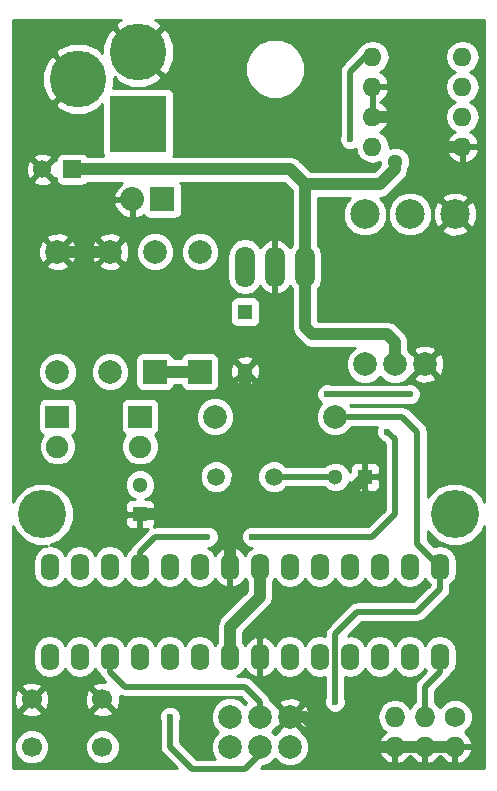
<source format=gtl>
G04 #@! TF.FileFunction,Copper,L1,Top,Signal*
%FSLAX46Y46*%
G04 Gerber Fmt 4.6, Leading zero omitted, Abs format (unit mm)*
G04 Created by KiCad (PCBNEW 4.0.2-stable) date 2016 May 27, Friday 16:50:11*
%MOMM*%
G01*
G04 APERTURE LIST*
%ADD10C,0.100000*%
%ADD11C,2.000000*%
%ADD12C,2.500000*%
%ADD13C,4.800600*%
%ADD14R,4.800600X4.800600*%
%ADD15O,1.600000X2.300000*%
%ADD16C,1.727200*%
%ADD17O,1.727200X1.727200*%
%ADD18O,1.600000X1.600000*%
%ADD19R,2.000000X1.900000*%
%ADD20C,1.900000*%
%ADD21R,1.300000X1.300000*%
%ADD22C,1.300000*%
%ADD23R,1.524000X1.524000*%
%ADD24C,1.524000*%
%ADD25C,1.998980*%
%ADD26R,1.998980X1.998980*%
%ADD27R,2.032000X2.032000*%
%ADD28O,2.032000X2.032000*%
%ADD29O,1.699260X3.500120*%
%ADD30C,1.501140*%
%ADD31C,4.064000*%
%ADD32C,1.700000*%
%ADD33C,0.600000*%
%ADD34C,1.000000*%
%ADD35C,0.500000*%
%ADD36C,0.254000*%
G04 APERTURE END LIST*
D10*
D11*
X179070000Y-125730000D03*
X179070000Y-123190000D03*
X181610000Y-125730000D03*
X181610000Y-123190000D03*
X184150000Y-125730000D03*
X184150000Y-123190000D03*
D12*
X198120000Y-80645000D03*
X190500000Y-80645000D03*
X194310000Y-80645000D03*
D13*
X171300000Y-66900000D03*
D14*
X171300000Y-72996000D03*
D13*
X166220000Y-69186000D03*
D15*
X196850000Y-110490000D03*
X194310000Y-110490000D03*
X191770000Y-110490000D03*
X189230000Y-110490000D03*
X186690000Y-110490000D03*
X184150000Y-110490000D03*
X181610000Y-110490000D03*
X179070000Y-110490000D03*
X176530000Y-110490000D03*
X173990000Y-110490000D03*
X171450000Y-110490000D03*
X168910000Y-110490000D03*
X166370000Y-110490000D03*
X163830000Y-110490000D03*
X163830000Y-118110000D03*
X166370000Y-118110000D03*
X168910000Y-118110000D03*
X171450000Y-118110000D03*
X173990000Y-118110000D03*
X176530000Y-118110000D03*
X179070000Y-118110000D03*
X181610000Y-118110000D03*
X184150000Y-118110000D03*
X186690000Y-118110000D03*
X189230000Y-118110000D03*
X191770000Y-118110000D03*
X194310000Y-118110000D03*
X196850000Y-118110000D03*
D16*
X198120000Y-123190000D03*
D17*
X198120000Y-125730000D03*
X195580000Y-123190000D03*
X195580000Y-125730000D03*
X193040000Y-123190000D03*
X193040000Y-125730000D03*
D18*
X191135000Y-67310000D03*
X191135000Y-69850000D03*
X191135000Y-72390000D03*
X191135000Y-74930000D03*
X198755000Y-74930000D03*
X198755000Y-72390000D03*
X198755000Y-69850000D03*
X198755000Y-67310000D03*
D19*
X164465000Y-97790000D03*
D20*
X164465000Y-100330000D03*
D19*
X171450000Y-97790000D03*
D20*
X171450000Y-100330000D03*
D21*
X190500000Y-102870000D03*
D22*
X188000000Y-102870000D03*
D21*
X171450000Y-106045000D03*
D22*
X171450000Y-103545000D03*
D23*
X165735000Y-76835000D03*
D24*
X163195000Y-76835000D03*
D21*
X180340000Y-88900000D03*
D22*
X180340000Y-93900000D03*
D25*
X176527460Y-83820000D03*
D26*
X176527460Y-93980000D03*
D25*
X172717460Y-83820000D03*
D26*
X172717460Y-93980000D03*
D11*
X190500000Y-93345000D03*
X193040000Y-93345000D03*
X195580000Y-93345000D03*
D27*
X173355000Y-79375000D03*
D28*
X170815000Y-79375000D03*
D25*
X177800000Y-97790000D03*
X187960000Y-97790000D03*
X164465000Y-93980000D03*
X164465000Y-83820000D03*
X168910000Y-93980000D03*
X168910000Y-83820000D03*
D29*
X182880000Y-85090000D03*
X180340000Y-85090000D03*
X185420000Y-85090000D03*
D30*
X182780940Y-102870000D03*
X177899060Y-102870000D03*
D31*
X198120000Y-106045000D03*
X163195000Y-106045000D03*
D32*
X162275000Y-121730000D03*
X168275000Y-121730000D03*
X162275000Y-125730000D03*
X168275000Y-125730000D03*
D22*
X193040000Y-76200000D03*
D33*
X173990000Y-123190000D03*
X187960000Y-121920000D03*
X194310000Y-95885000D03*
X187325000Y-95885000D03*
X189230000Y-74295000D03*
X192405000Y-99060000D03*
X177165000Y-107950000D03*
X180975000Y-107950000D03*
D34*
X191135000Y-72390000D02*
X193040000Y-72390000D01*
X195580000Y-74930000D02*
X198755000Y-74930000D01*
X193040000Y-72390000D02*
X195580000Y-74930000D01*
X190500000Y-102870000D02*
X188595000Y-104775000D01*
X179705000Y-104775000D02*
X180340000Y-104140000D01*
X188595000Y-104775000D02*
X179705000Y-104775000D01*
X164465000Y-83820000D02*
X168910000Y-83820000D01*
X193040000Y-125730000D02*
X187960000Y-125730000D01*
X185420000Y-123190000D02*
X187960000Y-125730000D01*
X185420000Y-123190000D02*
X184150000Y-123190000D01*
X195580000Y-125730000D02*
X193040000Y-125730000D01*
X180340000Y-100965000D02*
X180340000Y-93900000D01*
X173355000Y-106045000D02*
X171450000Y-106045000D01*
X195580000Y-125730000D02*
X198120000Y-125730000D01*
X179070000Y-110490000D02*
X179070000Y-105410000D01*
X179070000Y-105410000D02*
X180340000Y-104140000D01*
X180340000Y-104140000D02*
X180340000Y-100965000D01*
X180340000Y-100965000D02*
X175895000Y-100965000D01*
X175895000Y-100965000D02*
X173990000Y-102870000D01*
X173990000Y-102870000D02*
X173990000Y-105410000D01*
X173990000Y-105410000D02*
X173355000Y-106045000D01*
D35*
X182780940Y-102870000D02*
X188000000Y-102870000D01*
X171450000Y-103545000D02*
X171450000Y-103505000D01*
D34*
X193040000Y-93345000D02*
X193040000Y-91440000D01*
X185420000Y-90170000D02*
X185420000Y-85090000D01*
X186055000Y-90805000D02*
X185420000Y-90170000D01*
X192405000Y-90805000D02*
X186055000Y-90805000D01*
X193040000Y-91440000D02*
X192405000Y-90805000D01*
X165735000Y-76835000D02*
X184150000Y-76835000D01*
X185420000Y-82550000D02*
X185420000Y-85090000D01*
X179070000Y-118110000D02*
X179070000Y-115570000D01*
X181610000Y-113030000D02*
X181610000Y-110490000D01*
X179070000Y-115570000D02*
X181610000Y-113030000D01*
X193040000Y-76835000D02*
X193040000Y-76200000D01*
X191770000Y-78105000D02*
X193040000Y-76835000D01*
X185420000Y-78105000D02*
X191770000Y-78105000D01*
X185420000Y-78105000D02*
X185420000Y-82550000D01*
X184150000Y-76835000D02*
X185420000Y-78105000D01*
X172717460Y-93980000D02*
X176527460Y-93980000D01*
D35*
X180340000Y-127635000D02*
X181610000Y-126365000D01*
X175895000Y-127635000D02*
X180340000Y-127635000D01*
X173990000Y-125730000D02*
X175895000Y-127635000D01*
X173990000Y-123190000D02*
X173990000Y-125730000D01*
X181610000Y-126365000D02*
X181610000Y-125730000D01*
X181610000Y-125730000D02*
X181610000Y-126365000D01*
X168910000Y-118110000D02*
X168910000Y-119380000D01*
X168910000Y-119380000D02*
X170180000Y-120650000D01*
X180340000Y-120650000D02*
X181610000Y-121920000D01*
X170180000Y-120650000D02*
X180340000Y-120650000D01*
X181610000Y-121920000D02*
X181610000Y-123190000D01*
X187960000Y-97790000D02*
X193675000Y-97790000D01*
X194945000Y-108585000D02*
X196850000Y-110490000D01*
X194945000Y-99060000D02*
X194945000Y-108585000D01*
X193675000Y-97790000D02*
X194945000Y-99060000D01*
X196850000Y-110490000D02*
X196850000Y-112395000D01*
X187960000Y-116205000D02*
X187960000Y-121920000D01*
X189865000Y-114300000D02*
X187960000Y-116205000D01*
X194945000Y-114300000D02*
X189865000Y-114300000D01*
X196850000Y-112395000D02*
X194945000Y-114300000D01*
X187325000Y-95885000D02*
X194310000Y-95885000D01*
X189230000Y-68580000D02*
X190500000Y-67310000D01*
X189230000Y-74295000D02*
X189230000Y-68580000D01*
X190500000Y-67310000D02*
X191135000Y-67310000D01*
X171450000Y-109220000D02*
X172720000Y-107950000D01*
X172720000Y-107950000D02*
X177165000Y-107950000D01*
X171450000Y-110490000D02*
X171450000Y-109220000D01*
X193040000Y-99695000D02*
X192405000Y-99060000D01*
X193040000Y-106045000D02*
X193040000Y-99695000D01*
X191135000Y-107950000D02*
X193040000Y-106045000D01*
X180975000Y-107950000D02*
X191135000Y-107950000D01*
X196850000Y-118110000D02*
X196850000Y-119380000D01*
X195580000Y-120650000D02*
X195580000Y-123190000D01*
X196850000Y-119380000D02*
X195580000Y-120650000D01*
D36*
G36*
X200585000Y-127560000D02*
X181666579Y-127560000D01*
X181861359Y-127365221D01*
X181933795Y-127365284D01*
X182534943Y-127116894D01*
X182880199Y-126772241D01*
X183222637Y-127115278D01*
X183823352Y-127364716D01*
X184473795Y-127365284D01*
X185074943Y-127116894D01*
X185535278Y-126657363D01*
X185771271Y-126089027D01*
X191585032Y-126089027D01*
X191833179Y-126618490D01*
X192265053Y-127012688D01*
X192680974Y-127184958D01*
X192913000Y-127063817D01*
X192913000Y-125857000D01*
X193167000Y-125857000D01*
X193167000Y-127063817D01*
X193399026Y-127184958D01*
X193814947Y-127012688D01*
X194246821Y-126618490D01*
X194310000Y-126483687D01*
X194373179Y-126618490D01*
X194805053Y-127012688D01*
X195220974Y-127184958D01*
X195453000Y-127063817D01*
X195453000Y-125857000D01*
X195707000Y-125857000D01*
X195707000Y-127063817D01*
X195939026Y-127184958D01*
X196354947Y-127012688D01*
X196786821Y-126618490D01*
X196850000Y-126483687D01*
X196913179Y-126618490D01*
X197345053Y-127012688D01*
X197760974Y-127184958D01*
X197993000Y-127063817D01*
X197993000Y-125857000D01*
X198247000Y-125857000D01*
X198247000Y-127063817D01*
X198479026Y-127184958D01*
X198894947Y-127012688D01*
X199326821Y-126618490D01*
X199574968Y-126089027D01*
X199454469Y-125857000D01*
X198247000Y-125857000D01*
X197993000Y-125857000D01*
X195707000Y-125857000D01*
X195453000Y-125857000D01*
X193167000Y-125857000D01*
X192913000Y-125857000D01*
X191705531Y-125857000D01*
X191585032Y-126089027D01*
X185771271Y-126089027D01*
X185784716Y-126056648D01*
X185785284Y-125406205D01*
X185536894Y-124805057D01*
X185110022Y-124377438D01*
X185122927Y-124342532D01*
X184150000Y-123369605D01*
X183177073Y-124342532D01*
X183190164Y-124377938D01*
X182879801Y-124687759D01*
X182652241Y-124459801D01*
X182962562Y-124150022D01*
X182997468Y-124162927D01*
X183970395Y-123190000D01*
X184329605Y-123190000D01*
X185302532Y-124162927D01*
X185569387Y-124064264D01*
X185795908Y-123454539D01*
X185771856Y-122804540D01*
X185569387Y-122315736D01*
X185302532Y-122217073D01*
X184329605Y-123190000D01*
X183970395Y-123190000D01*
X182997468Y-122217073D01*
X182962062Y-122230164D01*
X182769703Y-122037468D01*
X183177073Y-122037468D01*
X184150000Y-123010395D01*
X185122927Y-122037468D01*
X185024264Y-121770613D01*
X184414539Y-121544092D01*
X183764540Y-121568144D01*
X183275736Y-121770613D01*
X183177073Y-122037468D01*
X182769703Y-122037468D01*
X182537363Y-121804722D01*
X182466192Y-121775169D01*
X182427633Y-121581325D01*
X182410233Y-121555284D01*
X182235790Y-121294210D01*
X182235787Y-121294208D01*
X180965790Y-120024210D01*
X180824749Y-119929970D01*
X180678675Y-119832367D01*
X180620207Y-119820737D01*
X180340000Y-119764999D01*
X180339995Y-119765000D01*
X179702567Y-119765000D01*
X180084698Y-119509668D01*
X180337149Y-119131849D01*
X180685104Y-119564500D01*
X181178181Y-119834367D01*
X181260961Y-119851904D01*
X181483000Y-119729915D01*
X181483000Y-118237000D01*
X181463000Y-118237000D01*
X181463000Y-117983000D01*
X181483000Y-117983000D01*
X181483000Y-116490085D01*
X181260961Y-116368096D01*
X181178181Y-116385633D01*
X180685104Y-116655500D01*
X180337149Y-117088151D01*
X180205000Y-116890376D01*
X180205000Y-116040132D01*
X182412566Y-113832567D01*
X182658603Y-113464346D01*
X182745000Y-113030000D01*
X182745000Y-111709624D01*
X182880000Y-111507582D01*
X183135302Y-111889668D01*
X183600849Y-112200737D01*
X184150000Y-112309970D01*
X184699151Y-112200737D01*
X185164698Y-111889668D01*
X185420000Y-111507582D01*
X185675302Y-111889668D01*
X186140849Y-112200737D01*
X186690000Y-112309970D01*
X187239151Y-112200737D01*
X187704698Y-111889668D01*
X187960000Y-111507582D01*
X188215302Y-111889668D01*
X188680849Y-112200737D01*
X189230000Y-112309970D01*
X189779151Y-112200737D01*
X190244698Y-111889668D01*
X190500000Y-111507582D01*
X190755302Y-111889668D01*
X191220849Y-112200737D01*
X191770000Y-112309970D01*
X192319151Y-112200737D01*
X192784698Y-111889668D01*
X193040000Y-111507582D01*
X193295302Y-111889668D01*
X193760849Y-112200737D01*
X194310000Y-112309970D01*
X194859151Y-112200737D01*
X195324698Y-111889668D01*
X195580000Y-111507582D01*
X195835302Y-111889668D01*
X195965000Y-111976330D01*
X195965000Y-112028421D01*
X194578420Y-113415000D01*
X189865005Y-113415000D01*
X189865000Y-113414999D01*
X189616922Y-113464346D01*
X189526325Y-113482367D01*
X189239210Y-113674210D01*
X189239208Y-113674213D01*
X187334210Y-115579210D01*
X187142367Y-115866325D01*
X187142367Y-115866326D01*
X187074999Y-116205000D01*
X187075000Y-116205005D01*
X187075000Y-116366611D01*
X186690000Y-116290030D01*
X186140849Y-116399263D01*
X185675302Y-116710332D01*
X185420000Y-117092418D01*
X185164698Y-116710332D01*
X184699151Y-116399263D01*
X184150000Y-116290030D01*
X183600849Y-116399263D01*
X183135302Y-116710332D01*
X182882851Y-117088151D01*
X182534896Y-116655500D01*
X182041819Y-116385633D01*
X181959039Y-116368096D01*
X181737000Y-116490085D01*
X181737000Y-117983000D01*
X181757000Y-117983000D01*
X181757000Y-118237000D01*
X181737000Y-118237000D01*
X181737000Y-119729915D01*
X181959039Y-119851904D01*
X182041819Y-119834367D01*
X182534896Y-119564500D01*
X182882851Y-119131849D01*
X183135302Y-119509668D01*
X183600849Y-119820737D01*
X184150000Y-119929970D01*
X184699151Y-119820737D01*
X185164698Y-119509668D01*
X185420000Y-119127582D01*
X185675302Y-119509668D01*
X186140849Y-119820737D01*
X186690000Y-119929970D01*
X187075000Y-119853389D01*
X187075000Y-121613178D01*
X187025162Y-121733201D01*
X187024838Y-122105167D01*
X187166883Y-122448943D01*
X187429673Y-122712192D01*
X187773201Y-122854838D01*
X188145167Y-122855162D01*
X188488943Y-122713117D01*
X188752192Y-122450327D01*
X188894838Y-122106799D01*
X188895162Y-121734833D01*
X188845000Y-121613431D01*
X188845000Y-119853389D01*
X189230000Y-119929970D01*
X189779151Y-119820737D01*
X190244698Y-119509668D01*
X190500000Y-119127582D01*
X190755302Y-119509668D01*
X191220849Y-119820737D01*
X191770000Y-119929970D01*
X192319151Y-119820737D01*
X192784698Y-119509668D01*
X193040000Y-119127582D01*
X193295302Y-119509668D01*
X193760849Y-119820737D01*
X194310000Y-119929970D01*
X194859151Y-119820737D01*
X195324698Y-119509668D01*
X195580000Y-119127582D01*
X195688483Y-119289938D01*
X194954210Y-120024210D01*
X194762367Y-120311325D01*
X194762367Y-120311326D01*
X194694999Y-120650000D01*
X194695000Y-120650005D01*
X194695000Y-121984260D01*
X194520330Y-122100971D01*
X194310000Y-122415752D01*
X194099670Y-122100971D01*
X193613489Y-121776115D01*
X193040000Y-121662041D01*
X192466511Y-121776115D01*
X191980330Y-122100971D01*
X191655474Y-122587152D01*
X191541400Y-123160641D01*
X191541400Y-123219359D01*
X191655474Y-123792848D01*
X191980330Y-124279029D01*
X192251161Y-124459992D01*
X191833179Y-124841510D01*
X191585032Y-125370973D01*
X191705531Y-125603000D01*
X192913000Y-125603000D01*
X192913000Y-125583000D01*
X193167000Y-125583000D01*
X193167000Y-125603000D01*
X195453000Y-125603000D01*
X195453000Y-125583000D01*
X195707000Y-125583000D01*
X195707000Y-125603000D01*
X197993000Y-125603000D01*
X197993000Y-125583000D01*
X198247000Y-125583000D01*
X198247000Y-125603000D01*
X199454469Y-125603000D01*
X199574968Y-125370973D01*
X199326821Y-124841510D01*
X198928111Y-124477583D01*
X198967780Y-124461192D01*
X199389710Y-124039997D01*
X199618339Y-123489398D01*
X199618859Y-122893218D01*
X199391192Y-122342220D01*
X198969997Y-121920290D01*
X198419398Y-121691661D01*
X197823218Y-121691141D01*
X197272220Y-121918808D01*
X196850290Y-122340003D01*
X196830780Y-122386988D01*
X196639670Y-122100971D01*
X196465000Y-121984260D01*
X196465000Y-121016580D01*
X197475787Y-120005792D01*
X197475790Y-120005790D01*
X197667633Y-119718675D01*
X197667633Y-119718674D01*
X197685374Y-119629489D01*
X197864698Y-119509668D01*
X198175767Y-119044121D01*
X198285000Y-118494970D01*
X198285000Y-117725030D01*
X198175767Y-117175879D01*
X197864698Y-116710332D01*
X197399151Y-116399263D01*
X196850000Y-116290030D01*
X196300849Y-116399263D01*
X195835302Y-116710332D01*
X195580000Y-117092418D01*
X195324698Y-116710332D01*
X194859151Y-116399263D01*
X194310000Y-116290030D01*
X193760849Y-116399263D01*
X193295302Y-116710332D01*
X193040000Y-117092418D01*
X192784698Y-116710332D01*
X192319151Y-116399263D01*
X191770000Y-116290030D01*
X191220849Y-116399263D01*
X190755302Y-116710332D01*
X190500000Y-117092418D01*
X190244698Y-116710332D01*
X189779151Y-116399263D01*
X189230000Y-116290030D01*
X189100863Y-116315717D01*
X190231579Y-115185000D01*
X194944995Y-115185000D01*
X194945000Y-115185001D01*
X195227484Y-115128810D01*
X195283675Y-115117633D01*
X195570790Y-114925790D01*
X195570791Y-114925789D01*
X197475787Y-113020792D01*
X197475790Y-113020790D01*
X197667633Y-112733675D01*
X197695087Y-112595655D01*
X197735001Y-112395000D01*
X197735000Y-112394995D01*
X197735000Y-111976330D01*
X197864698Y-111889668D01*
X198175767Y-111424121D01*
X198285000Y-110874970D01*
X198285000Y-110105030D01*
X198175767Y-109555879D01*
X197864698Y-109090332D01*
X197399151Y-108779263D01*
X196850000Y-108670030D01*
X196375912Y-108764332D01*
X195830000Y-108218420D01*
X195830000Y-107486700D01*
X195857709Y-107553761D01*
X196607293Y-108304655D01*
X197587173Y-108711536D01*
X198648172Y-108712462D01*
X199628761Y-108307291D01*
X200379655Y-107557707D01*
X200585000Y-107063180D01*
X200585000Y-127560000D01*
X200585000Y-127560000D01*
G37*
X200585000Y-127560000D02*
X181666579Y-127560000D01*
X181861359Y-127365221D01*
X181933795Y-127365284D01*
X182534943Y-127116894D01*
X182880199Y-126772241D01*
X183222637Y-127115278D01*
X183823352Y-127364716D01*
X184473795Y-127365284D01*
X185074943Y-127116894D01*
X185535278Y-126657363D01*
X185771271Y-126089027D01*
X191585032Y-126089027D01*
X191833179Y-126618490D01*
X192265053Y-127012688D01*
X192680974Y-127184958D01*
X192913000Y-127063817D01*
X192913000Y-125857000D01*
X193167000Y-125857000D01*
X193167000Y-127063817D01*
X193399026Y-127184958D01*
X193814947Y-127012688D01*
X194246821Y-126618490D01*
X194310000Y-126483687D01*
X194373179Y-126618490D01*
X194805053Y-127012688D01*
X195220974Y-127184958D01*
X195453000Y-127063817D01*
X195453000Y-125857000D01*
X195707000Y-125857000D01*
X195707000Y-127063817D01*
X195939026Y-127184958D01*
X196354947Y-127012688D01*
X196786821Y-126618490D01*
X196850000Y-126483687D01*
X196913179Y-126618490D01*
X197345053Y-127012688D01*
X197760974Y-127184958D01*
X197993000Y-127063817D01*
X197993000Y-125857000D01*
X198247000Y-125857000D01*
X198247000Y-127063817D01*
X198479026Y-127184958D01*
X198894947Y-127012688D01*
X199326821Y-126618490D01*
X199574968Y-126089027D01*
X199454469Y-125857000D01*
X198247000Y-125857000D01*
X197993000Y-125857000D01*
X195707000Y-125857000D01*
X195453000Y-125857000D01*
X193167000Y-125857000D01*
X192913000Y-125857000D01*
X191705531Y-125857000D01*
X191585032Y-126089027D01*
X185771271Y-126089027D01*
X185784716Y-126056648D01*
X185785284Y-125406205D01*
X185536894Y-124805057D01*
X185110022Y-124377438D01*
X185122927Y-124342532D01*
X184150000Y-123369605D01*
X183177073Y-124342532D01*
X183190164Y-124377938D01*
X182879801Y-124687759D01*
X182652241Y-124459801D01*
X182962562Y-124150022D01*
X182997468Y-124162927D01*
X183970395Y-123190000D01*
X184329605Y-123190000D01*
X185302532Y-124162927D01*
X185569387Y-124064264D01*
X185795908Y-123454539D01*
X185771856Y-122804540D01*
X185569387Y-122315736D01*
X185302532Y-122217073D01*
X184329605Y-123190000D01*
X183970395Y-123190000D01*
X182997468Y-122217073D01*
X182962062Y-122230164D01*
X182769703Y-122037468D01*
X183177073Y-122037468D01*
X184150000Y-123010395D01*
X185122927Y-122037468D01*
X185024264Y-121770613D01*
X184414539Y-121544092D01*
X183764540Y-121568144D01*
X183275736Y-121770613D01*
X183177073Y-122037468D01*
X182769703Y-122037468D01*
X182537363Y-121804722D01*
X182466192Y-121775169D01*
X182427633Y-121581325D01*
X182410233Y-121555284D01*
X182235790Y-121294210D01*
X182235787Y-121294208D01*
X180965790Y-120024210D01*
X180824749Y-119929970D01*
X180678675Y-119832367D01*
X180620207Y-119820737D01*
X180340000Y-119764999D01*
X180339995Y-119765000D01*
X179702567Y-119765000D01*
X180084698Y-119509668D01*
X180337149Y-119131849D01*
X180685104Y-119564500D01*
X181178181Y-119834367D01*
X181260961Y-119851904D01*
X181483000Y-119729915D01*
X181483000Y-118237000D01*
X181463000Y-118237000D01*
X181463000Y-117983000D01*
X181483000Y-117983000D01*
X181483000Y-116490085D01*
X181260961Y-116368096D01*
X181178181Y-116385633D01*
X180685104Y-116655500D01*
X180337149Y-117088151D01*
X180205000Y-116890376D01*
X180205000Y-116040132D01*
X182412566Y-113832567D01*
X182658603Y-113464346D01*
X182745000Y-113030000D01*
X182745000Y-111709624D01*
X182880000Y-111507582D01*
X183135302Y-111889668D01*
X183600849Y-112200737D01*
X184150000Y-112309970D01*
X184699151Y-112200737D01*
X185164698Y-111889668D01*
X185420000Y-111507582D01*
X185675302Y-111889668D01*
X186140849Y-112200737D01*
X186690000Y-112309970D01*
X187239151Y-112200737D01*
X187704698Y-111889668D01*
X187960000Y-111507582D01*
X188215302Y-111889668D01*
X188680849Y-112200737D01*
X189230000Y-112309970D01*
X189779151Y-112200737D01*
X190244698Y-111889668D01*
X190500000Y-111507582D01*
X190755302Y-111889668D01*
X191220849Y-112200737D01*
X191770000Y-112309970D01*
X192319151Y-112200737D01*
X192784698Y-111889668D01*
X193040000Y-111507582D01*
X193295302Y-111889668D01*
X193760849Y-112200737D01*
X194310000Y-112309970D01*
X194859151Y-112200737D01*
X195324698Y-111889668D01*
X195580000Y-111507582D01*
X195835302Y-111889668D01*
X195965000Y-111976330D01*
X195965000Y-112028421D01*
X194578420Y-113415000D01*
X189865005Y-113415000D01*
X189865000Y-113414999D01*
X189616922Y-113464346D01*
X189526325Y-113482367D01*
X189239210Y-113674210D01*
X189239208Y-113674213D01*
X187334210Y-115579210D01*
X187142367Y-115866325D01*
X187142367Y-115866326D01*
X187074999Y-116205000D01*
X187075000Y-116205005D01*
X187075000Y-116366611D01*
X186690000Y-116290030D01*
X186140849Y-116399263D01*
X185675302Y-116710332D01*
X185420000Y-117092418D01*
X185164698Y-116710332D01*
X184699151Y-116399263D01*
X184150000Y-116290030D01*
X183600849Y-116399263D01*
X183135302Y-116710332D01*
X182882851Y-117088151D01*
X182534896Y-116655500D01*
X182041819Y-116385633D01*
X181959039Y-116368096D01*
X181737000Y-116490085D01*
X181737000Y-117983000D01*
X181757000Y-117983000D01*
X181757000Y-118237000D01*
X181737000Y-118237000D01*
X181737000Y-119729915D01*
X181959039Y-119851904D01*
X182041819Y-119834367D01*
X182534896Y-119564500D01*
X182882851Y-119131849D01*
X183135302Y-119509668D01*
X183600849Y-119820737D01*
X184150000Y-119929970D01*
X184699151Y-119820737D01*
X185164698Y-119509668D01*
X185420000Y-119127582D01*
X185675302Y-119509668D01*
X186140849Y-119820737D01*
X186690000Y-119929970D01*
X187075000Y-119853389D01*
X187075000Y-121613178D01*
X187025162Y-121733201D01*
X187024838Y-122105167D01*
X187166883Y-122448943D01*
X187429673Y-122712192D01*
X187773201Y-122854838D01*
X188145167Y-122855162D01*
X188488943Y-122713117D01*
X188752192Y-122450327D01*
X188894838Y-122106799D01*
X188895162Y-121734833D01*
X188845000Y-121613431D01*
X188845000Y-119853389D01*
X189230000Y-119929970D01*
X189779151Y-119820737D01*
X190244698Y-119509668D01*
X190500000Y-119127582D01*
X190755302Y-119509668D01*
X191220849Y-119820737D01*
X191770000Y-119929970D01*
X192319151Y-119820737D01*
X192784698Y-119509668D01*
X193040000Y-119127582D01*
X193295302Y-119509668D01*
X193760849Y-119820737D01*
X194310000Y-119929970D01*
X194859151Y-119820737D01*
X195324698Y-119509668D01*
X195580000Y-119127582D01*
X195688483Y-119289938D01*
X194954210Y-120024210D01*
X194762367Y-120311325D01*
X194762367Y-120311326D01*
X194694999Y-120650000D01*
X194695000Y-120650005D01*
X194695000Y-121984260D01*
X194520330Y-122100971D01*
X194310000Y-122415752D01*
X194099670Y-122100971D01*
X193613489Y-121776115D01*
X193040000Y-121662041D01*
X192466511Y-121776115D01*
X191980330Y-122100971D01*
X191655474Y-122587152D01*
X191541400Y-123160641D01*
X191541400Y-123219359D01*
X191655474Y-123792848D01*
X191980330Y-124279029D01*
X192251161Y-124459992D01*
X191833179Y-124841510D01*
X191585032Y-125370973D01*
X191705531Y-125603000D01*
X192913000Y-125603000D01*
X192913000Y-125583000D01*
X193167000Y-125583000D01*
X193167000Y-125603000D01*
X195453000Y-125603000D01*
X195453000Y-125583000D01*
X195707000Y-125583000D01*
X195707000Y-125603000D01*
X197993000Y-125603000D01*
X197993000Y-125583000D01*
X198247000Y-125583000D01*
X198247000Y-125603000D01*
X199454469Y-125603000D01*
X199574968Y-125370973D01*
X199326821Y-124841510D01*
X198928111Y-124477583D01*
X198967780Y-124461192D01*
X199389710Y-124039997D01*
X199618339Y-123489398D01*
X199618859Y-122893218D01*
X199391192Y-122342220D01*
X198969997Y-121920290D01*
X198419398Y-121691661D01*
X197823218Y-121691141D01*
X197272220Y-121918808D01*
X196850290Y-122340003D01*
X196830780Y-122386988D01*
X196639670Y-122100971D01*
X196465000Y-121984260D01*
X196465000Y-121016580D01*
X197475787Y-120005792D01*
X197475790Y-120005790D01*
X197667633Y-119718675D01*
X197667633Y-119718674D01*
X197685374Y-119629489D01*
X197864698Y-119509668D01*
X198175767Y-119044121D01*
X198285000Y-118494970D01*
X198285000Y-117725030D01*
X198175767Y-117175879D01*
X197864698Y-116710332D01*
X197399151Y-116399263D01*
X196850000Y-116290030D01*
X196300849Y-116399263D01*
X195835302Y-116710332D01*
X195580000Y-117092418D01*
X195324698Y-116710332D01*
X194859151Y-116399263D01*
X194310000Y-116290030D01*
X193760849Y-116399263D01*
X193295302Y-116710332D01*
X193040000Y-117092418D01*
X192784698Y-116710332D01*
X192319151Y-116399263D01*
X191770000Y-116290030D01*
X191220849Y-116399263D01*
X190755302Y-116710332D01*
X190500000Y-117092418D01*
X190244698Y-116710332D01*
X189779151Y-116399263D01*
X189230000Y-116290030D01*
X189100863Y-116315717D01*
X190231579Y-115185000D01*
X194944995Y-115185000D01*
X194945000Y-115185001D01*
X195227484Y-115128810D01*
X195283675Y-115117633D01*
X195570790Y-114925790D01*
X195570791Y-114925789D01*
X197475787Y-113020792D01*
X197475790Y-113020790D01*
X197667633Y-112733675D01*
X197695087Y-112595655D01*
X197735001Y-112395000D01*
X197735000Y-112394995D01*
X197735000Y-111976330D01*
X197864698Y-111889668D01*
X198175767Y-111424121D01*
X198285000Y-110874970D01*
X198285000Y-110105030D01*
X198175767Y-109555879D01*
X197864698Y-109090332D01*
X197399151Y-108779263D01*
X196850000Y-108670030D01*
X196375912Y-108764332D01*
X195830000Y-108218420D01*
X195830000Y-107486700D01*
X195857709Y-107553761D01*
X196607293Y-108304655D01*
X197587173Y-108711536D01*
X198648172Y-108712462D01*
X199628761Y-108307291D01*
X200379655Y-107557707D01*
X200585000Y-107063180D01*
X200585000Y-127560000D01*
G36*
X169585221Y-64323743D02*
X169315670Y-64736064D01*
X171300000Y-66720395D01*
X173284330Y-64736064D01*
X173014779Y-64323743D01*
X172738792Y-64210000D01*
X200585000Y-64210000D01*
X200585000Y-105026832D01*
X200382291Y-104536239D01*
X199632707Y-103785345D01*
X198652827Y-103378464D01*
X197591828Y-103377538D01*
X196611239Y-103782709D01*
X195860345Y-104532293D01*
X195830000Y-104605372D01*
X195830000Y-99060005D01*
X195830001Y-99060000D01*
X195762633Y-98721325D01*
X195731680Y-98675000D01*
X195570790Y-98434210D01*
X195570787Y-98434208D01*
X194300790Y-97164210D01*
X194013675Y-96972367D01*
X193957484Y-96961190D01*
X193675000Y-96904999D01*
X193674995Y-96905000D01*
X189362847Y-96905000D01*
X189346462Y-96865345D01*
X189251283Y-96770000D01*
X194003178Y-96770000D01*
X194123201Y-96819838D01*
X194495167Y-96820162D01*
X194838943Y-96678117D01*
X195102192Y-96415327D01*
X195244838Y-96071799D01*
X195245162Y-95699833D01*
X195103117Y-95356057D01*
X194840327Y-95092808D01*
X194496799Y-94950162D01*
X194124833Y-94949838D01*
X194003431Y-95000000D01*
X187631822Y-95000000D01*
X187511799Y-94950162D01*
X187139833Y-94949838D01*
X186796057Y-95091883D01*
X186532808Y-95354673D01*
X186390162Y-95698201D01*
X186389838Y-96070167D01*
X186531883Y-96413943D01*
X186777972Y-96660462D01*
X186575154Y-96862927D01*
X186325794Y-97463453D01*
X186325226Y-98113694D01*
X186573538Y-98714655D01*
X187032927Y-99174846D01*
X187633453Y-99424206D01*
X188283694Y-99424774D01*
X188884655Y-99176462D01*
X189344846Y-98717073D01*
X189362316Y-98675000D01*
X191552463Y-98675000D01*
X191470162Y-98873201D01*
X191469838Y-99245167D01*
X191611883Y-99588943D01*
X191874673Y-99852192D01*
X191995986Y-99902566D01*
X192155000Y-100061579D01*
X192155000Y-105678421D01*
X190768420Y-107065000D01*
X181281822Y-107065000D01*
X181161799Y-107015162D01*
X180789833Y-107014838D01*
X180446057Y-107156883D01*
X180182808Y-107419673D01*
X180040162Y-107763201D01*
X180039838Y-108135167D01*
X180181883Y-108478943D01*
X180444673Y-108742192D01*
X180788201Y-108884838D01*
X180902696Y-108884938D01*
X180595302Y-109090332D01*
X180342851Y-109468151D01*
X179994896Y-109035500D01*
X179501819Y-108765633D01*
X179419039Y-108748096D01*
X179197000Y-108870085D01*
X179197000Y-110363000D01*
X179217000Y-110363000D01*
X179217000Y-110617000D01*
X179197000Y-110617000D01*
X179197000Y-112109915D01*
X179419039Y-112231904D01*
X179501819Y-112214367D01*
X179994896Y-111944500D01*
X180342851Y-111511849D01*
X180475000Y-111709624D01*
X180475000Y-112559867D01*
X178267434Y-114767434D01*
X178021397Y-115135654D01*
X177935000Y-115570000D01*
X177935000Y-116890376D01*
X177800000Y-117092418D01*
X177544698Y-116710332D01*
X177079151Y-116399263D01*
X176530000Y-116290030D01*
X175980849Y-116399263D01*
X175515302Y-116710332D01*
X175260000Y-117092418D01*
X175004698Y-116710332D01*
X174539151Y-116399263D01*
X173990000Y-116290030D01*
X173440849Y-116399263D01*
X172975302Y-116710332D01*
X172720000Y-117092418D01*
X172464698Y-116710332D01*
X171999151Y-116399263D01*
X171450000Y-116290030D01*
X170900849Y-116399263D01*
X170435302Y-116710332D01*
X170180000Y-117092418D01*
X169924698Y-116710332D01*
X169459151Y-116399263D01*
X168910000Y-116290030D01*
X168360849Y-116399263D01*
X167895302Y-116710332D01*
X167640000Y-117092418D01*
X167384698Y-116710332D01*
X166919151Y-116399263D01*
X166370000Y-116290030D01*
X165820849Y-116399263D01*
X165355302Y-116710332D01*
X165100000Y-117092418D01*
X164844698Y-116710332D01*
X164379151Y-116399263D01*
X163830000Y-116290030D01*
X163280849Y-116399263D01*
X162815302Y-116710332D01*
X162504233Y-117175879D01*
X162395000Y-117725030D01*
X162395000Y-118494970D01*
X162504233Y-119044121D01*
X162815302Y-119509668D01*
X163280849Y-119820737D01*
X163830000Y-119929970D01*
X164379151Y-119820737D01*
X164844698Y-119509668D01*
X165100000Y-119127582D01*
X165355302Y-119509668D01*
X165820849Y-119820737D01*
X166370000Y-119929970D01*
X166919151Y-119820737D01*
X167384698Y-119509668D01*
X167640000Y-119127582D01*
X167895302Y-119509668D01*
X168074627Y-119629489D01*
X168081190Y-119662484D01*
X168092367Y-119718675D01*
X168233549Y-119929970D01*
X168284210Y-120005790D01*
X168516246Y-120237825D01*
X168503721Y-120233282D01*
X167913542Y-120259685D01*
X167490920Y-120434741D01*
X167410647Y-120686042D01*
X168275000Y-121550395D01*
X168289143Y-121536253D01*
X168468748Y-121715858D01*
X168454605Y-121730000D01*
X169318958Y-122594353D01*
X169570259Y-122514080D01*
X169771718Y-121958721D01*
X169746926Y-121404558D01*
X169841325Y-121467633D01*
X170180000Y-121535001D01*
X170180005Y-121535000D01*
X179973420Y-121535000D01*
X180463098Y-122024677D01*
X180339801Y-122147759D01*
X179997363Y-121804722D01*
X179396648Y-121555284D01*
X178746205Y-121554716D01*
X178145057Y-121803106D01*
X177684722Y-122262637D01*
X177435284Y-122863352D01*
X177434716Y-123513795D01*
X177683106Y-124114943D01*
X178027759Y-124460199D01*
X177684722Y-124802637D01*
X177435284Y-125403352D01*
X177434716Y-126053795D01*
X177683106Y-126654943D01*
X177777997Y-126750000D01*
X176261579Y-126750000D01*
X174875000Y-125363420D01*
X174875000Y-123496822D01*
X174924838Y-123376799D01*
X174925162Y-123004833D01*
X174783117Y-122661057D01*
X174520327Y-122397808D01*
X174176799Y-122255162D01*
X173804833Y-122254838D01*
X173461057Y-122396883D01*
X173197808Y-122659673D01*
X173055162Y-123003201D01*
X173054838Y-123375167D01*
X173105000Y-123496569D01*
X173105000Y-125729995D01*
X173104999Y-125730000D01*
X173161190Y-126012484D01*
X173172367Y-126068675D01*
X173185966Y-126089027D01*
X173364210Y-126355790D01*
X174568421Y-127560000D01*
X160730000Y-127560000D01*
X160730000Y-126024089D01*
X160789743Y-126024089D01*
X161015344Y-126570086D01*
X161432717Y-126988188D01*
X161978319Y-127214742D01*
X162569089Y-127215257D01*
X163115086Y-126989656D01*
X163533188Y-126572283D01*
X163759742Y-126026681D01*
X163759744Y-126024089D01*
X166789743Y-126024089D01*
X167015344Y-126570086D01*
X167432717Y-126988188D01*
X167978319Y-127214742D01*
X168569089Y-127215257D01*
X169115086Y-126989656D01*
X169533188Y-126572283D01*
X169759742Y-126026681D01*
X169760257Y-125435911D01*
X169534656Y-124889914D01*
X169117283Y-124471812D01*
X168571681Y-124245258D01*
X167980911Y-124244743D01*
X167434914Y-124470344D01*
X167016812Y-124887717D01*
X166790258Y-125433319D01*
X166789743Y-126024089D01*
X163759744Y-126024089D01*
X163760257Y-125435911D01*
X163534656Y-124889914D01*
X163117283Y-124471812D01*
X162571681Y-124245258D01*
X161980911Y-124244743D01*
X161434914Y-124470344D01*
X161016812Y-124887717D01*
X160790258Y-125433319D01*
X160789743Y-126024089D01*
X160730000Y-126024089D01*
X160730000Y-122773958D01*
X161410647Y-122773958D01*
X161490920Y-123025259D01*
X162046279Y-123226718D01*
X162636458Y-123200315D01*
X163059080Y-123025259D01*
X163139353Y-122773958D01*
X167410647Y-122773958D01*
X167490920Y-123025259D01*
X168046279Y-123226718D01*
X168636458Y-123200315D01*
X169059080Y-123025259D01*
X169139353Y-122773958D01*
X168275000Y-121909605D01*
X167410647Y-122773958D01*
X163139353Y-122773958D01*
X162275000Y-121909605D01*
X161410647Y-122773958D01*
X160730000Y-122773958D01*
X160730000Y-121501279D01*
X160778282Y-121501279D01*
X160804685Y-122091458D01*
X160979741Y-122514080D01*
X161231042Y-122594353D01*
X162095395Y-121730000D01*
X162454605Y-121730000D01*
X163318958Y-122594353D01*
X163570259Y-122514080D01*
X163771718Y-121958721D01*
X163751254Y-121501279D01*
X166778282Y-121501279D01*
X166804685Y-122091458D01*
X166979741Y-122514080D01*
X167231042Y-122594353D01*
X168095395Y-121730000D01*
X167231042Y-120865647D01*
X166979741Y-120945920D01*
X166778282Y-121501279D01*
X163751254Y-121501279D01*
X163745315Y-121368542D01*
X163570259Y-120945920D01*
X163318958Y-120865647D01*
X162454605Y-121730000D01*
X162095395Y-121730000D01*
X161231042Y-120865647D01*
X160979741Y-120945920D01*
X160778282Y-121501279D01*
X160730000Y-121501279D01*
X160730000Y-120686042D01*
X161410647Y-120686042D01*
X162275000Y-121550395D01*
X163139353Y-120686042D01*
X163059080Y-120434741D01*
X162503721Y-120233282D01*
X161913542Y-120259685D01*
X161490920Y-120434741D01*
X161410647Y-120686042D01*
X160730000Y-120686042D01*
X160730000Y-107063168D01*
X160932709Y-107553761D01*
X161682293Y-108304655D01*
X162662173Y-108711536D01*
X163617145Y-108712369D01*
X163280849Y-108779263D01*
X162815302Y-109090332D01*
X162504233Y-109555879D01*
X162395000Y-110105030D01*
X162395000Y-110874970D01*
X162504233Y-111424121D01*
X162815302Y-111889668D01*
X163280849Y-112200737D01*
X163830000Y-112309970D01*
X164379151Y-112200737D01*
X164844698Y-111889668D01*
X165100000Y-111507582D01*
X165355302Y-111889668D01*
X165820849Y-112200737D01*
X166370000Y-112309970D01*
X166919151Y-112200737D01*
X167384698Y-111889668D01*
X167640000Y-111507582D01*
X167895302Y-111889668D01*
X168360849Y-112200737D01*
X168910000Y-112309970D01*
X169459151Y-112200737D01*
X169924698Y-111889668D01*
X170180000Y-111507582D01*
X170435302Y-111889668D01*
X170900849Y-112200737D01*
X171450000Y-112309970D01*
X171999151Y-112200737D01*
X172464698Y-111889668D01*
X172720000Y-111507582D01*
X172975302Y-111889668D01*
X173440849Y-112200737D01*
X173990000Y-112309970D01*
X174539151Y-112200737D01*
X175004698Y-111889668D01*
X175260000Y-111507582D01*
X175515302Y-111889668D01*
X175980849Y-112200737D01*
X176530000Y-112309970D01*
X177079151Y-112200737D01*
X177544698Y-111889668D01*
X177797149Y-111511849D01*
X178145104Y-111944500D01*
X178638181Y-112214367D01*
X178720961Y-112231904D01*
X178943000Y-112109915D01*
X178943000Y-110617000D01*
X178923000Y-110617000D01*
X178923000Y-110363000D01*
X178943000Y-110363000D01*
X178943000Y-108870085D01*
X178720961Y-108748096D01*
X178638181Y-108765633D01*
X178145104Y-109035500D01*
X177797149Y-109468151D01*
X177544698Y-109090332D01*
X177237493Y-108885064D01*
X177350167Y-108885162D01*
X177693943Y-108743117D01*
X177957192Y-108480327D01*
X178099838Y-108136799D01*
X178100162Y-107764833D01*
X177958117Y-107421057D01*
X177695327Y-107157808D01*
X177351799Y-107015162D01*
X176979833Y-107014838D01*
X176858431Y-107065000D01*
X172720005Y-107065000D01*
X172720000Y-107064999D01*
X172605188Y-107087837D01*
X172638327Y-107054698D01*
X172735000Y-106821309D01*
X172735000Y-106330750D01*
X172576250Y-106172000D01*
X171577000Y-106172000D01*
X171577000Y-107171250D01*
X171735750Y-107330000D01*
X172088421Y-107330000D01*
X170824210Y-108594210D01*
X170632367Y-108881325D01*
X170632367Y-108881326D01*
X170614627Y-108970511D01*
X170435302Y-109090332D01*
X170180000Y-109472418D01*
X169924698Y-109090332D01*
X169459151Y-108779263D01*
X168910000Y-108670030D01*
X168360849Y-108779263D01*
X167895302Y-109090332D01*
X167640000Y-109472418D01*
X167384698Y-109090332D01*
X166919151Y-108779263D01*
X166370000Y-108670030D01*
X165820849Y-108779263D01*
X165355302Y-109090332D01*
X165100000Y-109472418D01*
X164844698Y-109090332D01*
X164379151Y-108779263D01*
X163830000Y-108670030D01*
X163822027Y-108671616D01*
X164703761Y-108307291D01*
X165454655Y-107557707D01*
X165861536Y-106577827D01*
X165861751Y-106330750D01*
X170165000Y-106330750D01*
X170165000Y-106821309D01*
X170261673Y-107054698D01*
X170440301Y-107233327D01*
X170673690Y-107330000D01*
X171164250Y-107330000D01*
X171323000Y-107171250D01*
X171323000Y-106172000D01*
X170323750Y-106172000D01*
X170165000Y-106330750D01*
X165861751Y-106330750D01*
X165862462Y-105516828D01*
X165457291Y-104536239D01*
X164721819Y-103799481D01*
X170164777Y-103799481D01*
X170359995Y-104271943D01*
X170721155Y-104633735D01*
X171025235Y-104760000D01*
X170673690Y-104760000D01*
X170440301Y-104856673D01*
X170261673Y-105035302D01*
X170165000Y-105268691D01*
X170165000Y-105759250D01*
X170323750Y-105918000D01*
X171323000Y-105918000D01*
X171323000Y-105898000D01*
X171577000Y-105898000D01*
X171577000Y-105918000D01*
X172576250Y-105918000D01*
X172735000Y-105759250D01*
X172735000Y-105268691D01*
X172638327Y-105035302D01*
X172459699Y-104856673D01*
X172226310Y-104760000D01*
X171874433Y-104760000D01*
X172176943Y-104635005D01*
X172538735Y-104273845D01*
X172734777Y-103801724D01*
X172735223Y-103290519D01*
X172674847Y-103144398D01*
X176513250Y-103144398D01*
X176723746Y-103653837D01*
X177113173Y-104043944D01*
X177622244Y-104255329D01*
X178173458Y-104255810D01*
X178682897Y-104045314D01*
X179073004Y-103655887D01*
X179284389Y-103146816D01*
X179284391Y-103144398D01*
X181395130Y-103144398D01*
X181605626Y-103653837D01*
X181995053Y-104043944D01*
X182504124Y-104255329D01*
X183055338Y-104255810D01*
X183564777Y-104045314D01*
X183855598Y-103755000D01*
X187067776Y-103755000D01*
X187271155Y-103958735D01*
X187743276Y-104154777D01*
X188254481Y-104155223D01*
X188726943Y-103960005D01*
X189088735Y-103598845D01*
X189215000Y-103294765D01*
X189215000Y-103646310D01*
X189311673Y-103879699D01*
X189490302Y-104058327D01*
X189723691Y-104155000D01*
X190214250Y-104155000D01*
X190373000Y-103996250D01*
X190373000Y-102997000D01*
X190627000Y-102997000D01*
X190627000Y-103996250D01*
X190785750Y-104155000D01*
X191276309Y-104155000D01*
X191509698Y-104058327D01*
X191688327Y-103879699D01*
X191785000Y-103646310D01*
X191785000Y-103155750D01*
X191626250Y-102997000D01*
X190627000Y-102997000D01*
X190373000Y-102997000D01*
X190353000Y-102997000D01*
X190353000Y-102743000D01*
X190373000Y-102743000D01*
X190373000Y-101743750D01*
X190627000Y-101743750D01*
X190627000Y-102743000D01*
X191626250Y-102743000D01*
X191785000Y-102584250D01*
X191785000Y-102093690D01*
X191688327Y-101860301D01*
X191509698Y-101681673D01*
X191276309Y-101585000D01*
X190785750Y-101585000D01*
X190627000Y-101743750D01*
X190373000Y-101743750D01*
X190214250Y-101585000D01*
X189723691Y-101585000D01*
X189490302Y-101681673D01*
X189311673Y-101860301D01*
X189215000Y-102093690D01*
X189215000Y-102445567D01*
X189090005Y-102143057D01*
X188728845Y-101781265D01*
X188256724Y-101585223D01*
X187745519Y-101584777D01*
X187273057Y-101779995D01*
X187067693Y-101985000D01*
X183855267Y-101985000D01*
X183566827Y-101696056D01*
X183057756Y-101484671D01*
X182506542Y-101484190D01*
X181997103Y-101694686D01*
X181606996Y-102084113D01*
X181395611Y-102593184D01*
X181395130Y-103144398D01*
X179284391Y-103144398D01*
X179284870Y-102595602D01*
X179074374Y-102086163D01*
X178684947Y-101696056D01*
X178175876Y-101484671D01*
X177624662Y-101484190D01*
X177115223Y-101694686D01*
X176725116Y-102084113D01*
X176513731Y-102593184D01*
X176513250Y-103144398D01*
X172674847Y-103144398D01*
X172540005Y-102818057D01*
X172178845Y-102456265D01*
X171706724Y-102260223D01*
X171195519Y-102259777D01*
X170723057Y-102454995D01*
X170361265Y-102816155D01*
X170165223Y-103288276D01*
X170164777Y-103799481D01*
X164721819Y-103799481D01*
X164707707Y-103785345D01*
X163727827Y-103378464D01*
X162666828Y-103377538D01*
X161686239Y-103782709D01*
X160935345Y-104532293D01*
X160730000Y-105026820D01*
X160730000Y-96840000D01*
X162817560Y-96840000D01*
X162817560Y-98740000D01*
X162861838Y-98975317D01*
X163000910Y-99191441D01*
X163213110Y-99336431D01*
X163216192Y-99337055D01*
X163122086Y-99430997D01*
X162880276Y-100013341D01*
X162879725Y-100643893D01*
X163120519Y-101226657D01*
X163565997Y-101672914D01*
X164148341Y-101914724D01*
X164778893Y-101915275D01*
X165361657Y-101674481D01*
X165807914Y-101229003D01*
X166049724Y-100646659D01*
X166050275Y-100016107D01*
X165809481Y-99433343D01*
X165711971Y-99335663D01*
X165916441Y-99204090D01*
X166061431Y-98991890D01*
X166112440Y-98740000D01*
X166112440Y-96840000D01*
X169802560Y-96840000D01*
X169802560Y-98740000D01*
X169846838Y-98975317D01*
X169985910Y-99191441D01*
X170198110Y-99336431D01*
X170201192Y-99337055D01*
X170107086Y-99430997D01*
X169865276Y-100013341D01*
X169864725Y-100643893D01*
X170105519Y-101226657D01*
X170550997Y-101672914D01*
X171133341Y-101914724D01*
X171763893Y-101915275D01*
X172346657Y-101674481D01*
X172792914Y-101229003D01*
X173034724Y-100646659D01*
X173035275Y-100016107D01*
X172794481Y-99433343D01*
X172696971Y-99335663D01*
X172901441Y-99204090D01*
X173046431Y-98991890D01*
X173097440Y-98740000D01*
X173097440Y-98113694D01*
X176165226Y-98113694D01*
X176413538Y-98714655D01*
X176872927Y-99174846D01*
X177473453Y-99424206D01*
X178123694Y-99424774D01*
X178724655Y-99176462D01*
X179184846Y-98717073D01*
X179434206Y-98116547D01*
X179434774Y-97466306D01*
X179186462Y-96865345D01*
X178727073Y-96405154D01*
X178126547Y-96155794D01*
X177476306Y-96155226D01*
X176875345Y-96403538D01*
X176415154Y-96862927D01*
X176165794Y-97463453D01*
X176165226Y-98113694D01*
X173097440Y-98113694D01*
X173097440Y-96840000D01*
X173053162Y-96604683D01*
X172914090Y-96388559D01*
X172701890Y-96243569D01*
X172450000Y-96192560D01*
X170450000Y-96192560D01*
X170214683Y-96236838D01*
X169998559Y-96375910D01*
X169853569Y-96588110D01*
X169802560Y-96840000D01*
X166112440Y-96840000D01*
X166068162Y-96604683D01*
X165929090Y-96388559D01*
X165716890Y-96243569D01*
X165465000Y-96192560D01*
X163465000Y-96192560D01*
X163229683Y-96236838D01*
X163013559Y-96375910D01*
X162868569Y-96588110D01*
X162817560Y-96840000D01*
X160730000Y-96840000D01*
X160730000Y-94303694D01*
X162830226Y-94303694D01*
X163078538Y-94904655D01*
X163537927Y-95364846D01*
X164138453Y-95614206D01*
X164788694Y-95614774D01*
X165389655Y-95366462D01*
X165849846Y-94907073D01*
X166099206Y-94306547D01*
X166099208Y-94303694D01*
X167275226Y-94303694D01*
X167523538Y-94904655D01*
X167982927Y-95364846D01*
X168583453Y-95614206D01*
X169233694Y-95614774D01*
X169834655Y-95366462D01*
X170294846Y-94907073D01*
X170544206Y-94306547D01*
X170544774Y-93656306D01*
X170296462Y-93055345D01*
X170221758Y-92980510D01*
X171070530Y-92980510D01*
X171070530Y-94979490D01*
X171114808Y-95214807D01*
X171253880Y-95430931D01*
X171466080Y-95575921D01*
X171717970Y-95626930D01*
X173716950Y-95626930D01*
X173952267Y-95582652D01*
X174168391Y-95443580D01*
X174313381Y-95231380D01*
X174336949Y-95115000D01*
X174906028Y-95115000D01*
X174924808Y-95214807D01*
X175063880Y-95430931D01*
X175276080Y-95575921D01*
X175527970Y-95626930D01*
X177526950Y-95626930D01*
X177762267Y-95582652D01*
X177978391Y-95443580D01*
X178123381Y-95231380D01*
X178174390Y-94979490D01*
X178174390Y-94799016D01*
X179620590Y-94799016D01*
X179676271Y-95029611D01*
X180159078Y-95197622D01*
X180669428Y-95168083D01*
X181003729Y-95029611D01*
X181059410Y-94799016D01*
X180340000Y-94079605D01*
X179620590Y-94799016D01*
X178174390Y-94799016D01*
X178174390Y-93719078D01*
X179042378Y-93719078D01*
X179071917Y-94229428D01*
X179210389Y-94563729D01*
X179440984Y-94619410D01*
X180160395Y-93900000D01*
X180519605Y-93900000D01*
X181239016Y-94619410D01*
X181469611Y-94563729D01*
X181637622Y-94080922D01*
X181608083Y-93570572D01*
X181469611Y-93236271D01*
X181239016Y-93180590D01*
X180519605Y-93900000D01*
X180160395Y-93900000D01*
X179440984Y-93180590D01*
X179210389Y-93236271D01*
X179042378Y-93719078D01*
X178174390Y-93719078D01*
X178174390Y-93000984D01*
X179620590Y-93000984D01*
X180340000Y-93720395D01*
X181059410Y-93000984D01*
X181003729Y-92770389D01*
X180520922Y-92602378D01*
X180010572Y-92631917D01*
X179676271Y-92770389D01*
X179620590Y-93000984D01*
X178174390Y-93000984D01*
X178174390Y-92980510D01*
X178130112Y-92745193D01*
X177991040Y-92529069D01*
X177778840Y-92384079D01*
X177526950Y-92333070D01*
X175527970Y-92333070D01*
X175292653Y-92377348D01*
X175076529Y-92516420D01*
X174931539Y-92728620D01*
X174907971Y-92845000D01*
X174338892Y-92845000D01*
X174320112Y-92745193D01*
X174181040Y-92529069D01*
X173968840Y-92384079D01*
X173716950Y-92333070D01*
X171717970Y-92333070D01*
X171482653Y-92377348D01*
X171266529Y-92516420D01*
X171121539Y-92728620D01*
X171070530Y-92980510D01*
X170221758Y-92980510D01*
X169837073Y-92595154D01*
X169236547Y-92345794D01*
X168586306Y-92345226D01*
X167985345Y-92593538D01*
X167525154Y-93052927D01*
X167275794Y-93653453D01*
X167275226Y-94303694D01*
X166099208Y-94303694D01*
X166099774Y-93656306D01*
X165851462Y-93055345D01*
X165392073Y-92595154D01*
X164791547Y-92345794D01*
X164141306Y-92345226D01*
X163540345Y-92593538D01*
X163080154Y-93052927D01*
X162830794Y-93653453D01*
X162830226Y-94303694D01*
X160730000Y-94303694D01*
X160730000Y-88250000D01*
X179042560Y-88250000D01*
X179042560Y-89550000D01*
X179086838Y-89785317D01*
X179225910Y-90001441D01*
X179438110Y-90146431D01*
X179690000Y-90197440D01*
X180990000Y-90197440D01*
X181225317Y-90153162D01*
X181441441Y-90014090D01*
X181586431Y-89801890D01*
X181637440Y-89550000D01*
X181637440Y-88250000D01*
X181593162Y-88014683D01*
X181454090Y-87798559D01*
X181241890Y-87653569D01*
X180990000Y-87602560D01*
X179690000Y-87602560D01*
X179454683Y-87646838D01*
X179238559Y-87785910D01*
X179093569Y-87998110D01*
X179042560Y-88250000D01*
X160730000Y-88250000D01*
X160730000Y-84972163D01*
X163492443Y-84972163D01*
X163591042Y-85238965D01*
X164200582Y-85465401D01*
X164850377Y-85441341D01*
X165338958Y-85238965D01*
X165437557Y-84972163D01*
X167937443Y-84972163D01*
X168036042Y-85238965D01*
X168645582Y-85465401D01*
X169295377Y-85441341D01*
X169783958Y-85238965D01*
X169882557Y-84972163D01*
X168910000Y-83999605D01*
X167937443Y-84972163D01*
X165437557Y-84972163D01*
X164465000Y-83999605D01*
X163492443Y-84972163D01*
X160730000Y-84972163D01*
X160730000Y-83555582D01*
X162819599Y-83555582D01*
X162843659Y-84205377D01*
X163046035Y-84693958D01*
X163312837Y-84792557D01*
X164285395Y-83820000D01*
X164644605Y-83820000D01*
X165617163Y-84792557D01*
X165883965Y-84693958D01*
X166110401Y-84084418D01*
X166090820Y-83555582D01*
X167264599Y-83555582D01*
X167288659Y-84205377D01*
X167491035Y-84693958D01*
X167757837Y-84792557D01*
X168730395Y-83820000D01*
X169089605Y-83820000D01*
X170062163Y-84792557D01*
X170328965Y-84693958D01*
X170533380Y-84143694D01*
X171082686Y-84143694D01*
X171330998Y-84744655D01*
X171790387Y-85204846D01*
X172390913Y-85454206D01*
X173041154Y-85454774D01*
X173642115Y-85206462D01*
X174102306Y-84747073D01*
X174351666Y-84146547D01*
X174351668Y-84143694D01*
X174892686Y-84143694D01*
X175140998Y-84744655D01*
X175600387Y-85204846D01*
X176200913Y-85454206D01*
X176851154Y-85454774D01*
X177452115Y-85206462D01*
X177912306Y-84747073D01*
X178161666Y-84146547D01*
X178161669Y-84142844D01*
X178855370Y-84142844D01*
X178855370Y-86037156D01*
X178968381Y-86605299D01*
X179290208Y-87086948D01*
X179771857Y-87408775D01*
X180340000Y-87521786D01*
X180908143Y-87408775D01*
X181389792Y-87086948D01*
X181615516Y-86749127D01*
X181920011Y-87130024D01*
X182429190Y-87410649D01*
X182523168Y-87431540D01*
X182753000Y-87310214D01*
X182753000Y-85217000D01*
X182733000Y-85217000D01*
X182733000Y-84963000D01*
X182753000Y-84963000D01*
X182753000Y-82869786D01*
X182523168Y-82748460D01*
X182429190Y-82769351D01*
X181920011Y-83049976D01*
X181615516Y-83430873D01*
X181389792Y-83093052D01*
X180908143Y-82771225D01*
X180340000Y-82658214D01*
X179771857Y-82771225D01*
X179290208Y-83093052D01*
X178968381Y-83574701D01*
X178855370Y-84142844D01*
X178161669Y-84142844D01*
X178162234Y-83496306D01*
X177913922Y-82895345D01*
X177454533Y-82435154D01*
X176854007Y-82185794D01*
X176203766Y-82185226D01*
X175602805Y-82433538D01*
X175142614Y-82892927D01*
X174893254Y-83493453D01*
X174892686Y-84143694D01*
X174351668Y-84143694D01*
X174352234Y-83496306D01*
X174103922Y-82895345D01*
X173644533Y-82435154D01*
X173044007Y-82185794D01*
X172393766Y-82185226D01*
X171792805Y-82433538D01*
X171332614Y-82892927D01*
X171083254Y-83493453D01*
X171082686Y-84143694D01*
X170533380Y-84143694D01*
X170555401Y-84084418D01*
X170531341Y-83434623D01*
X170328965Y-82946042D01*
X170062163Y-82847443D01*
X169089605Y-83820000D01*
X168730395Y-83820000D01*
X167757837Y-82847443D01*
X167491035Y-82946042D01*
X167264599Y-83555582D01*
X166090820Y-83555582D01*
X166086341Y-83434623D01*
X165883965Y-82946042D01*
X165617163Y-82847443D01*
X164644605Y-83820000D01*
X164285395Y-83820000D01*
X163312837Y-82847443D01*
X163046035Y-82946042D01*
X162819599Y-83555582D01*
X160730000Y-83555582D01*
X160730000Y-82667837D01*
X163492443Y-82667837D01*
X164465000Y-83640395D01*
X165437557Y-82667837D01*
X167937443Y-82667837D01*
X168910000Y-83640395D01*
X169882557Y-82667837D01*
X169783958Y-82401035D01*
X169174418Y-82174599D01*
X168524623Y-82198659D01*
X168036042Y-82401035D01*
X167937443Y-82667837D01*
X165437557Y-82667837D01*
X165338958Y-82401035D01*
X164729418Y-82174599D01*
X164079623Y-82198659D01*
X163591042Y-82401035D01*
X163492443Y-82667837D01*
X160730000Y-82667837D01*
X160730000Y-79757946D01*
X169209017Y-79757946D01*
X169477812Y-80343379D01*
X169950182Y-80781385D01*
X170432056Y-80980975D01*
X170688000Y-80861836D01*
X170688000Y-79502000D01*
X169327633Y-79502000D01*
X169209017Y-79757946D01*
X160730000Y-79757946D01*
X160730000Y-77815213D01*
X162394392Y-77815213D01*
X162463857Y-78057397D01*
X162987302Y-78244144D01*
X163542368Y-78216362D01*
X163926143Y-78057397D01*
X163995608Y-77815213D01*
X163195000Y-77014605D01*
X162394392Y-77815213D01*
X160730000Y-77815213D01*
X160730000Y-76627302D01*
X161785856Y-76627302D01*
X161813638Y-77182368D01*
X161972603Y-77566143D01*
X162214787Y-77635608D01*
X163015395Y-76835000D01*
X163374605Y-76835000D01*
X164175213Y-77635608D01*
X164325560Y-77592484D01*
X164325560Y-77597000D01*
X164369838Y-77832317D01*
X164508910Y-78048441D01*
X164721110Y-78193431D01*
X164973000Y-78244440D01*
X166497000Y-78244440D01*
X166732317Y-78200162D01*
X166948441Y-78061090D01*
X167010680Y-77970000D01*
X169948688Y-77970000D01*
X169477812Y-78406621D01*
X169209017Y-78992054D01*
X169327633Y-79248000D01*
X170688000Y-79248000D01*
X170688000Y-79228000D01*
X170942000Y-79228000D01*
X170942000Y-79248000D01*
X170962000Y-79248000D01*
X170962000Y-79502000D01*
X170942000Y-79502000D01*
X170942000Y-80861836D01*
X171197944Y-80980975D01*
X171679818Y-80781385D01*
X171777398Y-80690903D01*
X171874910Y-80842441D01*
X172087110Y-80987431D01*
X172339000Y-81038440D01*
X174371000Y-81038440D01*
X174606317Y-80994162D01*
X174822441Y-80855090D01*
X174967431Y-80642890D01*
X175018440Y-80391000D01*
X175018440Y-78359000D01*
X174974162Y-78123683D01*
X174875270Y-77970000D01*
X183679868Y-77970000D01*
X184285000Y-78575132D01*
X184285000Y-83220575D01*
X184144484Y-83430873D01*
X183839989Y-83049976D01*
X183330810Y-82769351D01*
X183236832Y-82748460D01*
X183007000Y-82869786D01*
X183007000Y-84963000D01*
X183027000Y-84963000D01*
X183027000Y-85217000D01*
X183007000Y-85217000D01*
X183007000Y-87310214D01*
X183236832Y-87431540D01*
X183330810Y-87410649D01*
X183839989Y-87130024D01*
X184144484Y-86749127D01*
X184285000Y-86959425D01*
X184285000Y-90170000D01*
X184371397Y-90604346D01*
X184393506Y-90637434D01*
X184617434Y-90972566D01*
X185252434Y-91607566D01*
X185620655Y-91853604D01*
X186055000Y-91940000D01*
X189618877Y-91940000D01*
X189575057Y-91958106D01*
X189114722Y-92417637D01*
X188865284Y-93018352D01*
X188864716Y-93668795D01*
X189113106Y-94269943D01*
X189572637Y-94730278D01*
X190173352Y-94979716D01*
X190823795Y-94980284D01*
X191424943Y-94731894D01*
X191770199Y-94387241D01*
X192112637Y-94730278D01*
X192713352Y-94979716D01*
X193363795Y-94980284D01*
X193964943Y-94731894D01*
X194199715Y-94497532D01*
X194607073Y-94497532D01*
X194705736Y-94764387D01*
X195315461Y-94990908D01*
X195965460Y-94966856D01*
X196454264Y-94764387D01*
X196552927Y-94497532D01*
X195580000Y-93524605D01*
X194607073Y-94497532D01*
X194199715Y-94497532D01*
X194392562Y-94305022D01*
X194427468Y-94317927D01*
X195400395Y-93345000D01*
X195759605Y-93345000D01*
X196732532Y-94317927D01*
X196999387Y-94219264D01*
X197225908Y-93609539D01*
X197201856Y-92959540D01*
X196999387Y-92470736D01*
X196732532Y-92372073D01*
X195759605Y-93345000D01*
X195400395Y-93345000D01*
X194427468Y-92372073D01*
X194392062Y-92385164D01*
X194199703Y-92192468D01*
X194607073Y-92192468D01*
X195580000Y-93165395D01*
X196552927Y-92192468D01*
X196454264Y-91925613D01*
X195844539Y-91699092D01*
X195194540Y-91723144D01*
X194705736Y-91925613D01*
X194607073Y-92192468D01*
X194199703Y-92192468D01*
X194175000Y-92167722D01*
X194175000Y-91440000D01*
X194148147Y-91305000D01*
X194088604Y-91005655D01*
X193842566Y-90637434D01*
X193207566Y-90002434D01*
X193206080Y-90001441D01*
X192839346Y-89756397D01*
X192405000Y-89670000D01*
X186555000Y-89670000D01*
X186555000Y-86959425D01*
X186791619Y-86605299D01*
X186904630Y-86037156D01*
X186904630Y-84142844D01*
X186791619Y-83574701D01*
X186555000Y-83220575D01*
X186555000Y-79240000D01*
X189239332Y-79240000D01*
X188902907Y-79575839D01*
X188615328Y-80268405D01*
X188614674Y-81018305D01*
X188901043Y-81711372D01*
X189430839Y-82242093D01*
X190123405Y-82529672D01*
X190873305Y-82530326D01*
X191566372Y-82243957D01*
X192097093Y-81714161D01*
X192384672Y-81021595D01*
X192384674Y-81018305D01*
X192424674Y-81018305D01*
X192711043Y-81711372D01*
X193240839Y-82242093D01*
X193933405Y-82529672D01*
X194683305Y-82530326D01*
X195376372Y-82243957D01*
X195642472Y-81978320D01*
X196966285Y-81978320D01*
X197095533Y-82271123D01*
X197795806Y-82539388D01*
X198545435Y-82519250D01*
X199144467Y-82271123D01*
X199273715Y-81978320D01*
X198120000Y-80824605D01*
X196966285Y-81978320D01*
X195642472Y-81978320D01*
X195907093Y-81714161D01*
X196194672Y-81021595D01*
X196195283Y-80320806D01*
X196225612Y-80320806D01*
X196245750Y-81070435D01*
X196493877Y-81669467D01*
X196786680Y-81798715D01*
X197940395Y-80645000D01*
X198299605Y-80645000D01*
X199453320Y-81798715D01*
X199746123Y-81669467D01*
X200014388Y-80969194D01*
X199994250Y-80219565D01*
X199746123Y-79620533D01*
X199453320Y-79491285D01*
X198299605Y-80645000D01*
X197940395Y-80645000D01*
X196786680Y-79491285D01*
X196493877Y-79620533D01*
X196225612Y-80320806D01*
X196195283Y-80320806D01*
X196195326Y-80271695D01*
X195908957Y-79578628D01*
X195642475Y-79311680D01*
X196966285Y-79311680D01*
X198120000Y-80465395D01*
X199273715Y-79311680D01*
X199144467Y-79018877D01*
X198444194Y-78750612D01*
X197694565Y-78770750D01*
X197095533Y-79018877D01*
X196966285Y-79311680D01*
X195642475Y-79311680D01*
X195379161Y-79047907D01*
X194686595Y-78760328D01*
X193936695Y-78759674D01*
X193243628Y-79046043D01*
X192712907Y-79575839D01*
X192425328Y-80268405D01*
X192424674Y-81018305D01*
X192384674Y-81018305D01*
X192385326Y-80271695D01*
X192098957Y-79578628D01*
X191760919Y-79240000D01*
X191770000Y-79240000D01*
X192204346Y-79153603D01*
X192572566Y-78907566D01*
X193842566Y-77637566D01*
X194066494Y-77302434D01*
X194088603Y-77269346D01*
X194175000Y-76835000D01*
X194175000Y-76817427D01*
X194324777Y-76456724D01*
X194325223Y-75945519D01*
X194130005Y-75473057D01*
X193936326Y-75279039D01*
X197363096Y-75279039D01*
X197523959Y-75667423D01*
X197899866Y-76082389D01*
X198405959Y-76321914D01*
X198628000Y-76200629D01*
X198628000Y-75057000D01*
X198882000Y-75057000D01*
X198882000Y-76200629D01*
X199104041Y-76321914D01*
X199610134Y-76082389D01*
X199986041Y-75667423D01*
X200146904Y-75279039D01*
X200024915Y-75057000D01*
X198882000Y-75057000D01*
X198628000Y-75057000D01*
X197485085Y-75057000D01*
X197363096Y-75279039D01*
X193936326Y-75279039D01*
X193768845Y-75111265D01*
X193296724Y-74915223D01*
X192785519Y-74914777D01*
X192584630Y-74997783D01*
X192598113Y-74930000D01*
X192488880Y-74380849D01*
X192177811Y-73915302D01*
X191773297Y-73645014D01*
X191990134Y-73542389D01*
X192366041Y-73127423D01*
X192526904Y-72739039D01*
X192404915Y-72517000D01*
X191262000Y-72517000D01*
X191262000Y-72537000D01*
X191008000Y-72537000D01*
X191008000Y-72517000D01*
X190988000Y-72517000D01*
X190988000Y-72263000D01*
X191008000Y-72263000D01*
X191008000Y-69977000D01*
X191262000Y-69977000D01*
X191262000Y-72263000D01*
X192404915Y-72263000D01*
X192526904Y-72040961D01*
X192366041Y-71652577D01*
X191990134Y-71237611D01*
X191741633Y-71120000D01*
X191990134Y-71002389D01*
X192366041Y-70587423D01*
X192526904Y-70199039D01*
X192404915Y-69977000D01*
X191262000Y-69977000D01*
X191008000Y-69977000D01*
X190988000Y-69977000D01*
X190988000Y-69723000D01*
X191008000Y-69723000D01*
X191008000Y-69703000D01*
X191262000Y-69703000D01*
X191262000Y-69723000D01*
X192404915Y-69723000D01*
X192526904Y-69500961D01*
X192366041Y-69112577D01*
X191990134Y-68697611D01*
X191773297Y-68594986D01*
X192177811Y-68324698D01*
X192488880Y-67859151D01*
X192598113Y-67310000D01*
X197291887Y-67310000D01*
X197401120Y-67859151D01*
X197712189Y-68324698D01*
X198094275Y-68580000D01*
X197712189Y-68835302D01*
X197401120Y-69300849D01*
X197291887Y-69850000D01*
X197401120Y-70399151D01*
X197712189Y-70864698D01*
X198094275Y-71120000D01*
X197712189Y-71375302D01*
X197401120Y-71840849D01*
X197291887Y-72390000D01*
X197401120Y-72939151D01*
X197712189Y-73404698D01*
X198116703Y-73674986D01*
X197899866Y-73777611D01*
X197523959Y-74192577D01*
X197363096Y-74580961D01*
X197485085Y-74803000D01*
X198628000Y-74803000D01*
X198628000Y-74783000D01*
X198882000Y-74783000D01*
X198882000Y-74803000D01*
X200024915Y-74803000D01*
X200146904Y-74580961D01*
X199986041Y-74192577D01*
X199610134Y-73777611D01*
X199393297Y-73674986D01*
X199797811Y-73404698D01*
X200108880Y-72939151D01*
X200218113Y-72390000D01*
X200108880Y-71840849D01*
X199797811Y-71375302D01*
X199415725Y-71120000D01*
X199797811Y-70864698D01*
X200108880Y-70399151D01*
X200218113Y-69850000D01*
X200108880Y-69300849D01*
X199797811Y-68835302D01*
X199415725Y-68580000D01*
X199797811Y-68324698D01*
X200108880Y-67859151D01*
X200218113Y-67310000D01*
X200108880Y-66760849D01*
X199797811Y-66295302D01*
X199332264Y-65984233D01*
X198783113Y-65875000D01*
X198726887Y-65875000D01*
X198177736Y-65984233D01*
X197712189Y-66295302D01*
X197401120Y-66760849D01*
X197291887Y-67310000D01*
X192598113Y-67310000D01*
X192488880Y-66760849D01*
X192177811Y-66295302D01*
X191712264Y-65984233D01*
X191163113Y-65875000D01*
X191106887Y-65875000D01*
X190557736Y-65984233D01*
X190092189Y-66295302D01*
X189781120Y-66760849D01*
X189777035Y-66781386D01*
X188604210Y-67954210D01*
X188412367Y-68241325D01*
X188412367Y-68241326D01*
X188344999Y-68580000D01*
X188345000Y-68580005D01*
X188345000Y-73988178D01*
X188295162Y-74108201D01*
X188294838Y-74480167D01*
X188436883Y-74823943D01*
X188699673Y-75087192D01*
X189043201Y-75229838D01*
X189415167Y-75230162D01*
X189707561Y-75109347D01*
X189781120Y-75479151D01*
X190092189Y-75944698D01*
X190557736Y-76255767D01*
X191106887Y-76365000D01*
X191163113Y-76365000D01*
X191712264Y-76255767D01*
X191754975Y-76227228D01*
X191754777Y-76454481D01*
X191772498Y-76497370D01*
X191299868Y-76970000D01*
X185890132Y-76970000D01*
X184952566Y-76032434D01*
X184893146Y-75992731D01*
X184584346Y-75786397D01*
X184150000Y-75700000D01*
X174261331Y-75700000D01*
X174296731Y-75648190D01*
X174347740Y-75396300D01*
X174347740Y-70595700D01*
X174303462Y-70360383D01*
X174164390Y-70144259D01*
X173952190Y-69999269D01*
X173700300Y-69948260D01*
X169188820Y-69948260D01*
X169256369Y-69784358D01*
X169255195Y-69124413D01*
X169315671Y-69063937D01*
X169585221Y-69476257D01*
X170701642Y-69936369D01*
X171909157Y-69934221D01*
X173014779Y-69476257D01*
X173284330Y-69063936D01*
X171300000Y-67079605D01*
X171285858Y-67093748D01*
X171106252Y-66914142D01*
X171120395Y-66900000D01*
X171479605Y-66900000D01*
X173463936Y-68884330D01*
X173550078Y-68828015D01*
X180344641Y-68828015D01*
X180729746Y-69760041D01*
X181442208Y-70473748D01*
X182373561Y-70860479D01*
X183382015Y-70861359D01*
X184314041Y-70476254D01*
X185027748Y-69763792D01*
X185414479Y-68832439D01*
X185415359Y-67823985D01*
X185030254Y-66891959D01*
X184317792Y-66178252D01*
X183386439Y-65791521D01*
X182377985Y-65790641D01*
X181445959Y-66175746D01*
X180732252Y-66888208D01*
X180345521Y-67819561D01*
X180344641Y-68828015D01*
X173550078Y-68828015D01*
X173876257Y-68614779D01*
X174336369Y-67498358D01*
X174334221Y-66290843D01*
X173876257Y-65185221D01*
X173463936Y-64915670D01*
X171479605Y-66900000D01*
X171120395Y-66900000D01*
X169136064Y-64915670D01*
X168723743Y-65185221D01*
X168263631Y-66301642D01*
X168264805Y-66961587D01*
X168204329Y-67022063D01*
X167934779Y-66609743D01*
X166818358Y-66149631D01*
X165610843Y-66151779D01*
X164505221Y-66609743D01*
X164235670Y-67022064D01*
X166220000Y-69006395D01*
X166234142Y-68992252D01*
X166413748Y-69171858D01*
X166399605Y-69186000D01*
X166413748Y-69200142D01*
X166234142Y-69379748D01*
X166220000Y-69365605D01*
X164235670Y-71349936D01*
X164505221Y-71762257D01*
X165621642Y-72222369D01*
X166829157Y-72220221D01*
X167934779Y-71762257D01*
X168204329Y-71349937D01*
X168252260Y-71397868D01*
X168252260Y-75396300D01*
X168296538Y-75631617D01*
X168340541Y-75700000D01*
X167011565Y-75700000D01*
X166961090Y-75621559D01*
X166748890Y-75476569D01*
X166497000Y-75425560D01*
X164973000Y-75425560D01*
X164737683Y-75469838D01*
X164521559Y-75608910D01*
X164376569Y-75821110D01*
X164325560Y-76073000D01*
X164325560Y-76077516D01*
X164175213Y-76034392D01*
X163374605Y-76835000D01*
X163015395Y-76835000D01*
X162214787Y-76034392D01*
X161972603Y-76103857D01*
X161785856Y-76627302D01*
X160730000Y-76627302D01*
X160730000Y-75854787D01*
X162394392Y-75854787D01*
X163195000Y-76655395D01*
X163995608Y-75854787D01*
X163926143Y-75612603D01*
X163402698Y-75425856D01*
X162847632Y-75453638D01*
X162463857Y-75612603D01*
X162394392Y-75854787D01*
X160730000Y-75854787D01*
X160730000Y-68587642D01*
X163183631Y-68587642D01*
X163185779Y-69795157D01*
X163643743Y-70900779D01*
X164056064Y-71170330D01*
X166040395Y-69186000D01*
X164056064Y-67201670D01*
X163643743Y-67471221D01*
X163183631Y-68587642D01*
X160730000Y-68587642D01*
X160730000Y-64210000D01*
X169859821Y-64210000D01*
X169585221Y-64323743D01*
X169585221Y-64323743D01*
G37*
X169585221Y-64323743D02*
X169315670Y-64736064D01*
X171300000Y-66720395D01*
X173284330Y-64736064D01*
X173014779Y-64323743D01*
X172738792Y-64210000D01*
X200585000Y-64210000D01*
X200585000Y-105026832D01*
X200382291Y-104536239D01*
X199632707Y-103785345D01*
X198652827Y-103378464D01*
X197591828Y-103377538D01*
X196611239Y-103782709D01*
X195860345Y-104532293D01*
X195830000Y-104605372D01*
X195830000Y-99060005D01*
X195830001Y-99060000D01*
X195762633Y-98721325D01*
X195731680Y-98675000D01*
X195570790Y-98434210D01*
X195570787Y-98434208D01*
X194300790Y-97164210D01*
X194013675Y-96972367D01*
X193957484Y-96961190D01*
X193675000Y-96904999D01*
X193674995Y-96905000D01*
X189362847Y-96905000D01*
X189346462Y-96865345D01*
X189251283Y-96770000D01*
X194003178Y-96770000D01*
X194123201Y-96819838D01*
X194495167Y-96820162D01*
X194838943Y-96678117D01*
X195102192Y-96415327D01*
X195244838Y-96071799D01*
X195245162Y-95699833D01*
X195103117Y-95356057D01*
X194840327Y-95092808D01*
X194496799Y-94950162D01*
X194124833Y-94949838D01*
X194003431Y-95000000D01*
X187631822Y-95000000D01*
X187511799Y-94950162D01*
X187139833Y-94949838D01*
X186796057Y-95091883D01*
X186532808Y-95354673D01*
X186390162Y-95698201D01*
X186389838Y-96070167D01*
X186531883Y-96413943D01*
X186777972Y-96660462D01*
X186575154Y-96862927D01*
X186325794Y-97463453D01*
X186325226Y-98113694D01*
X186573538Y-98714655D01*
X187032927Y-99174846D01*
X187633453Y-99424206D01*
X188283694Y-99424774D01*
X188884655Y-99176462D01*
X189344846Y-98717073D01*
X189362316Y-98675000D01*
X191552463Y-98675000D01*
X191470162Y-98873201D01*
X191469838Y-99245167D01*
X191611883Y-99588943D01*
X191874673Y-99852192D01*
X191995986Y-99902566D01*
X192155000Y-100061579D01*
X192155000Y-105678421D01*
X190768420Y-107065000D01*
X181281822Y-107065000D01*
X181161799Y-107015162D01*
X180789833Y-107014838D01*
X180446057Y-107156883D01*
X180182808Y-107419673D01*
X180040162Y-107763201D01*
X180039838Y-108135167D01*
X180181883Y-108478943D01*
X180444673Y-108742192D01*
X180788201Y-108884838D01*
X180902696Y-108884938D01*
X180595302Y-109090332D01*
X180342851Y-109468151D01*
X179994896Y-109035500D01*
X179501819Y-108765633D01*
X179419039Y-108748096D01*
X179197000Y-108870085D01*
X179197000Y-110363000D01*
X179217000Y-110363000D01*
X179217000Y-110617000D01*
X179197000Y-110617000D01*
X179197000Y-112109915D01*
X179419039Y-112231904D01*
X179501819Y-112214367D01*
X179994896Y-111944500D01*
X180342851Y-111511849D01*
X180475000Y-111709624D01*
X180475000Y-112559867D01*
X178267434Y-114767434D01*
X178021397Y-115135654D01*
X177935000Y-115570000D01*
X177935000Y-116890376D01*
X177800000Y-117092418D01*
X177544698Y-116710332D01*
X177079151Y-116399263D01*
X176530000Y-116290030D01*
X175980849Y-116399263D01*
X175515302Y-116710332D01*
X175260000Y-117092418D01*
X175004698Y-116710332D01*
X174539151Y-116399263D01*
X173990000Y-116290030D01*
X173440849Y-116399263D01*
X172975302Y-116710332D01*
X172720000Y-117092418D01*
X172464698Y-116710332D01*
X171999151Y-116399263D01*
X171450000Y-116290030D01*
X170900849Y-116399263D01*
X170435302Y-116710332D01*
X170180000Y-117092418D01*
X169924698Y-116710332D01*
X169459151Y-116399263D01*
X168910000Y-116290030D01*
X168360849Y-116399263D01*
X167895302Y-116710332D01*
X167640000Y-117092418D01*
X167384698Y-116710332D01*
X166919151Y-116399263D01*
X166370000Y-116290030D01*
X165820849Y-116399263D01*
X165355302Y-116710332D01*
X165100000Y-117092418D01*
X164844698Y-116710332D01*
X164379151Y-116399263D01*
X163830000Y-116290030D01*
X163280849Y-116399263D01*
X162815302Y-116710332D01*
X162504233Y-117175879D01*
X162395000Y-117725030D01*
X162395000Y-118494970D01*
X162504233Y-119044121D01*
X162815302Y-119509668D01*
X163280849Y-119820737D01*
X163830000Y-119929970D01*
X164379151Y-119820737D01*
X164844698Y-119509668D01*
X165100000Y-119127582D01*
X165355302Y-119509668D01*
X165820849Y-119820737D01*
X166370000Y-119929970D01*
X166919151Y-119820737D01*
X167384698Y-119509668D01*
X167640000Y-119127582D01*
X167895302Y-119509668D01*
X168074627Y-119629489D01*
X168081190Y-119662484D01*
X168092367Y-119718675D01*
X168233549Y-119929970D01*
X168284210Y-120005790D01*
X168516246Y-120237825D01*
X168503721Y-120233282D01*
X167913542Y-120259685D01*
X167490920Y-120434741D01*
X167410647Y-120686042D01*
X168275000Y-121550395D01*
X168289143Y-121536253D01*
X168468748Y-121715858D01*
X168454605Y-121730000D01*
X169318958Y-122594353D01*
X169570259Y-122514080D01*
X169771718Y-121958721D01*
X169746926Y-121404558D01*
X169841325Y-121467633D01*
X170180000Y-121535001D01*
X170180005Y-121535000D01*
X179973420Y-121535000D01*
X180463098Y-122024677D01*
X180339801Y-122147759D01*
X179997363Y-121804722D01*
X179396648Y-121555284D01*
X178746205Y-121554716D01*
X178145057Y-121803106D01*
X177684722Y-122262637D01*
X177435284Y-122863352D01*
X177434716Y-123513795D01*
X177683106Y-124114943D01*
X178027759Y-124460199D01*
X177684722Y-124802637D01*
X177435284Y-125403352D01*
X177434716Y-126053795D01*
X177683106Y-126654943D01*
X177777997Y-126750000D01*
X176261579Y-126750000D01*
X174875000Y-125363420D01*
X174875000Y-123496822D01*
X174924838Y-123376799D01*
X174925162Y-123004833D01*
X174783117Y-122661057D01*
X174520327Y-122397808D01*
X174176799Y-122255162D01*
X173804833Y-122254838D01*
X173461057Y-122396883D01*
X173197808Y-122659673D01*
X173055162Y-123003201D01*
X173054838Y-123375167D01*
X173105000Y-123496569D01*
X173105000Y-125729995D01*
X173104999Y-125730000D01*
X173161190Y-126012484D01*
X173172367Y-126068675D01*
X173185966Y-126089027D01*
X173364210Y-126355790D01*
X174568421Y-127560000D01*
X160730000Y-127560000D01*
X160730000Y-126024089D01*
X160789743Y-126024089D01*
X161015344Y-126570086D01*
X161432717Y-126988188D01*
X161978319Y-127214742D01*
X162569089Y-127215257D01*
X163115086Y-126989656D01*
X163533188Y-126572283D01*
X163759742Y-126026681D01*
X163759744Y-126024089D01*
X166789743Y-126024089D01*
X167015344Y-126570086D01*
X167432717Y-126988188D01*
X167978319Y-127214742D01*
X168569089Y-127215257D01*
X169115086Y-126989656D01*
X169533188Y-126572283D01*
X169759742Y-126026681D01*
X169760257Y-125435911D01*
X169534656Y-124889914D01*
X169117283Y-124471812D01*
X168571681Y-124245258D01*
X167980911Y-124244743D01*
X167434914Y-124470344D01*
X167016812Y-124887717D01*
X166790258Y-125433319D01*
X166789743Y-126024089D01*
X163759744Y-126024089D01*
X163760257Y-125435911D01*
X163534656Y-124889914D01*
X163117283Y-124471812D01*
X162571681Y-124245258D01*
X161980911Y-124244743D01*
X161434914Y-124470344D01*
X161016812Y-124887717D01*
X160790258Y-125433319D01*
X160789743Y-126024089D01*
X160730000Y-126024089D01*
X160730000Y-122773958D01*
X161410647Y-122773958D01*
X161490920Y-123025259D01*
X162046279Y-123226718D01*
X162636458Y-123200315D01*
X163059080Y-123025259D01*
X163139353Y-122773958D01*
X167410647Y-122773958D01*
X167490920Y-123025259D01*
X168046279Y-123226718D01*
X168636458Y-123200315D01*
X169059080Y-123025259D01*
X169139353Y-122773958D01*
X168275000Y-121909605D01*
X167410647Y-122773958D01*
X163139353Y-122773958D01*
X162275000Y-121909605D01*
X161410647Y-122773958D01*
X160730000Y-122773958D01*
X160730000Y-121501279D01*
X160778282Y-121501279D01*
X160804685Y-122091458D01*
X160979741Y-122514080D01*
X161231042Y-122594353D01*
X162095395Y-121730000D01*
X162454605Y-121730000D01*
X163318958Y-122594353D01*
X163570259Y-122514080D01*
X163771718Y-121958721D01*
X163751254Y-121501279D01*
X166778282Y-121501279D01*
X166804685Y-122091458D01*
X166979741Y-122514080D01*
X167231042Y-122594353D01*
X168095395Y-121730000D01*
X167231042Y-120865647D01*
X166979741Y-120945920D01*
X166778282Y-121501279D01*
X163751254Y-121501279D01*
X163745315Y-121368542D01*
X163570259Y-120945920D01*
X163318958Y-120865647D01*
X162454605Y-121730000D01*
X162095395Y-121730000D01*
X161231042Y-120865647D01*
X160979741Y-120945920D01*
X160778282Y-121501279D01*
X160730000Y-121501279D01*
X160730000Y-120686042D01*
X161410647Y-120686042D01*
X162275000Y-121550395D01*
X163139353Y-120686042D01*
X163059080Y-120434741D01*
X162503721Y-120233282D01*
X161913542Y-120259685D01*
X161490920Y-120434741D01*
X161410647Y-120686042D01*
X160730000Y-120686042D01*
X160730000Y-107063168D01*
X160932709Y-107553761D01*
X161682293Y-108304655D01*
X162662173Y-108711536D01*
X163617145Y-108712369D01*
X163280849Y-108779263D01*
X162815302Y-109090332D01*
X162504233Y-109555879D01*
X162395000Y-110105030D01*
X162395000Y-110874970D01*
X162504233Y-111424121D01*
X162815302Y-111889668D01*
X163280849Y-112200737D01*
X163830000Y-112309970D01*
X164379151Y-112200737D01*
X164844698Y-111889668D01*
X165100000Y-111507582D01*
X165355302Y-111889668D01*
X165820849Y-112200737D01*
X166370000Y-112309970D01*
X166919151Y-112200737D01*
X167384698Y-111889668D01*
X167640000Y-111507582D01*
X167895302Y-111889668D01*
X168360849Y-112200737D01*
X168910000Y-112309970D01*
X169459151Y-112200737D01*
X169924698Y-111889668D01*
X170180000Y-111507582D01*
X170435302Y-111889668D01*
X170900849Y-112200737D01*
X171450000Y-112309970D01*
X171999151Y-112200737D01*
X172464698Y-111889668D01*
X172720000Y-111507582D01*
X172975302Y-111889668D01*
X173440849Y-112200737D01*
X173990000Y-112309970D01*
X174539151Y-112200737D01*
X175004698Y-111889668D01*
X175260000Y-111507582D01*
X175515302Y-111889668D01*
X175980849Y-112200737D01*
X176530000Y-112309970D01*
X177079151Y-112200737D01*
X177544698Y-111889668D01*
X177797149Y-111511849D01*
X178145104Y-111944500D01*
X178638181Y-112214367D01*
X178720961Y-112231904D01*
X178943000Y-112109915D01*
X178943000Y-110617000D01*
X178923000Y-110617000D01*
X178923000Y-110363000D01*
X178943000Y-110363000D01*
X178943000Y-108870085D01*
X178720961Y-108748096D01*
X178638181Y-108765633D01*
X178145104Y-109035500D01*
X177797149Y-109468151D01*
X177544698Y-109090332D01*
X177237493Y-108885064D01*
X177350167Y-108885162D01*
X177693943Y-108743117D01*
X177957192Y-108480327D01*
X178099838Y-108136799D01*
X178100162Y-107764833D01*
X177958117Y-107421057D01*
X177695327Y-107157808D01*
X177351799Y-107015162D01*
X176979833Y-107014838D01*
X176858431Y-107065000D01*
X172720005Y-107065000D01*
X172720000Y-107064999D01*
X172605188Y-107087837D01*
X172638327Y-107054698D01*
X172735000Y-106821309D01*
X172735000Y-106330750D01*
X172576250Y-106172000D01*
X171577000Y-106172000D01*
X171577000Y-107171250D01*
X171735750Y-107330000D01*
X172088421Y-107330000D01*
X170824210Y-108594210D01*
X170632367Y-108881325D01*
X170632367Y-108881326D01*
X170614627Y-108970511D01*
X170435302Y-109090332D01*
X170180000Y-109472418D01*
X169924698Y-109090332D01*
X169459151Y-108779263D01*
X168910000Y-108670030D01*
X168360849Y-108779263D01*
X167895302Y-109090332D01*
X167640000Y-109472418D01*
X167384698Y-109090332D01*
X166919151Y-108779263D01*
X166370000Y-108670030D01*
X165820849Y-108779263D01*
X165355302Y-109090332D01*
X165100000Y-109472418D01*
X164844698Y-109090332D01*
X164379151Y-108779263D01*
X163830000Y-108670030D01*
X163822027Y-108671616D01*
X164703761Y-108307291D01*
X165454655Y-107557707D01*
X165861536Y-106577827D01*
X165861751Y-106330750D01*
X170165000Y-106330750D01*
X170165000Y-106821309D01*
X170261673Y-107054698D01*
X170440301Y-107233327D01*
X170673690Y-107330000D01*
X171164250Y-107330000D01*
X171323000Y-107171250D01*
X171323000Y-106172000D01*
X170323750Y-106172000D01*
X170165000Y-106330750D01*
X165861751Y-106330750D01*
X165862462Y-105516828D01*
X165457291Y-104536239D01*
X164721819Y-103799481D01*
X170164777Y-103799481D01*
X170359995Y-104271943D01*
X170721155Y-104633735D01*
X171025235Y-104760000D01*
X170673690Y-104760000D01*
X170440301Y-104856673D01*
X170261673Y-105035302D01*
X170165000Y-105268691D01*
X170165000Y-105759250D01*
X170323750Y-105918000D01*
X171323000Y-105918000D01*
X171323000Y-105898000D01*
X171577000Y-105898000D01*
X171577000Y-105918000D01*
X172576250Y-105918000D01*
X172735000Y-105759250D01*
X172735000Y-105268691D01*
X172638327Y-105035302D01*
X172459699Y-104856673D01*
X172226310Y-104760000D01*
X171874433Y-104760000D01*
X172176943Y-104635005D01*
X172538735Y-104273845D01*
X172734777Y-103801724D01*
X172735223Y-103290519D01*
X172674847Y-103144398D01*
X176513250Y-103144398D01*
X176723746Y-103653837D01*
X177113173Y-104043944D01*
X177622244Y-104255329D01*
X178173458Y-104255810D01*
X178682897Y-104045314D01*
X179073004Y-103655887D01*
X179284389Y-103146816D01*
X179284391Y-103144398D01*
X181395130Y-103144398D01*
X181605626Y-103653837D01*
X181995053Y-104043944D01*
X182504124Y-104255329D01*
X183055338Y-104255810D01*
X183564777Y-104045314D01*
X183855598Y-103755000D01*
X187067776Y-103755000D01*
X187271155Y-103958735D01*
X187743276Y-104154777D01*
X188254481Y-104155223D01*
X188726943Y-103960005D01*
X189088735Y-103598845D01*
X189215000Y-103294765D01*
X189215000Y-103646310D01*
X189311673Y-103879699D01*
X189490302Y-104058327D01*
X189723691Y-104155000D01*
X190214250Y-104155000D01*
X190373000Y-103996250D01*
X190373000Y-102997000D01*
X190627000Y-102997000D01*
X190627000Y-103996250D01*
X190785750Y-104155000D01*
X191276309Y-104155000D01*
X191509698Y-104058327D01*
X191688327Y-103879699D01*
X191785000Y-103646310D01*
X191785000Y-103155750D01*
X191626250Y-102997000D01*
X190627000Y-102997000D01*
X190373000Y-102997000D01*
X190353000Y-102997000D01*
X190353000Y-102743000D01*
X190373000Y-102743000D01*
X190373000Y-101743750D01*
X190627000Y-101743750D01*
X190627000Y-102743000D01*
X191626250Y-102743000D01*
X191785000Y-102584250D01*
X191785000Y-102093690D01*
X191688327Y-101860301D01*
X191509698Y-101681673D01*
X191276309Y-101585000D01*
X190785750Y-101585000D01*
X190627000Y-101743750D01*
X190373000Y-101743750D01*
X190214250Y-101585000D01*
X189723691Y-101585000D01*
X189490302Y-101681673D01*
X189311673Y-101860301D01*
X189215000Y-102093690D01*
X189215000Y-102445567D01*
X189090005Y-102143057D01*
X188728845Y-101781265D01*
X188256724Y-101585223D01*
X187745519Y-101584777D01*
X187273057Y-101779995D01*
X187067693Y-101985000D01*
X183855267Y-101985000D01*
X183566827Y-101696056D01*
X183057756Y-101484671D01*
X182506542Y-101484190D01*
X181997103Y-101694686D01*
X181606996Y-102084113D01*
X181395611Y-102593184D01*
X181395130Y-103144398D01*
X179284391Y-103144398D01*
X179284870Y-102595602D01*
X179074374Y-102086163D01*
X178684947Y-101696056D01*
X178175876Y-101484671D01*
X177624662Y-101484190D01*
X177115223Y-101694686D01*
X176725116Y-102084113D01*
X176513731Y-102593184D01*
X176513250Y-103144398D01*
X172674847Y-103144398D01*
X172540005Y-102818057D01*
X172178845Y-102456265D01*
X171706724Y-102260223D01*
X171195519Y-102259777D01*
X170723057Y-102454995D01*
X170361265Y-102816155D01*
X170165223Y-103288276D01*
X170164777Y-103799481D01*
X164721819Y-103799481D01*
X164707707Y-103785345D01*
X163727827Y-103378464D01*
X162666828Y-103377538D01*
X161686239Y-103782709D01*
X160935345Y-104532293D01*
X160730000Y-105026820D01*
X160730000Y-96840000D01*
X162817560Y-96840000D01*
X162817560Y-98740000D01*
X162861838Y-98975317D01*
X163000910Y-99191441D01*
X163213110Y-99336431D01*
X163216192Y-99337055D01*
X163122086Y-99430997D01*
X162880276Y-100013341D01*
X162879725Y-100643893D01*
X163120519Y-101226657D01*
X163565997Y-101672914D01*
X164148341Y-101914724D01*
X164778893Y-101915275D01*
X165361657Y-101674481D01*
X165807914Y-101229003D01*
X166049724Y-100646659D01*
X166050275Y-100016107D01*
X165809481Y-99433343D01*
X165711971Y-99335663D01*
X165916441Y-99204090D01*
X166061431Y-98991890D01*
X166112440Y-98740000D01*
X166112440Y-96840000D01*
X169802560Y-96840000D01*
X169802560Y-98740000D01*
X169846838Y-98975317D01*
X169985910Y-99191441D01*
X170198110Y-99336431D01*
X170201192Y-99337055D01*
X170107086Y-99430997D01*
X169865276Y-100013341D01*
X169864725Y-100643893D01*
X170105519Y-101226657D01*
X170550997Y-101672914D01*
X171133341Y-101914724D01*
X171763893Y-101915275D01*
X172346657Y-101674481D01*
X172792914Y-101229003D01*
X173034724Y-100646659D01*
X173035275Y-100016107D01*
X172794481Y-99433343D01*
X172696971Y-99335663D01*
X172901441Y-99204090D01*
X173046431Y-98991890D01*
X173097440Y-98740000D01*
X173097440Y-98113694D01*
X176165226Y-98113694D01*
X176413538Y-98714655D01*
X176872927Y-99174846D01*
X177473453Y-99424206D01*
X178123694Y-99424774D01*
X178724655Y-99176462D01*
X179184846Y-98717073D01*
X179434206Y-98116547D01*
X179434774Y-97466306D01*
X179186462Y-96865345D01*
X178727073Y-96405154D01*
X178126547Y-96155794D01*
X177476306Y-96155226D01*
X176875345Y-96403538D01*
X176415154Y-96862927D01*
X176165794Y-97463453D01*
X176165226Y-98113694D01*
X173097440Y-98113694D01*
X173097440Y-96840000D01*
X173053162Y-96604683D01*
X172914090Y-96388559D01*
X172701890Y-96243569D01*
X172450000Y-96192560D01*
X170450000Y-96192560D01*
X170214683Y-96236838D01*
X169998559Y-96375910D01*
X169853569Y-96588110D01*
X169802560Y-96840000D01*
X166112440Y-96840000D01*
X166068162Y-96604683D01*
X165929090Y-96388559D01*
X165716890Y-96243569D01*
X165465000Y-96192560D01*
X163465000Y-96192560D01*
X163229683Y-96236838D01*
X163013559Y-96375910D01*
X162868569Y-96588110D01*
X162817560Y-96840000D01*
X160730000Y-96840000D01*
X160730000Y-94303694D01*
X162830226Y-94303694D01*
X163078538Y-94904655D01*
X163537927Y-95364846D01*
X164138453Y-95614206D01*
X164788694Y-95614774D01*
X165389655Y-95366462D01*
X165849846Y-94907073D01*
X166099206Y-94306547D01*
X166099208Y-94303694D01*
X167275226Y-94303694D01*
X167523538Y-94904655D01*
X167982927Y-95364846D01*
X168583453Y-95614206D01*
X169233694Y-95614774D01*
X169834655Y-95366462D01*
X170294846Y-94907073D01*
X170544206Y-94306547D01*
X170544774Y-93656306D01*
X170296462Y-93055345D01*
X170221758Y-92980510D01*
X171070530Y-92980510D01*
X171070530Y-94979490D01*
X171114808Y-95214807D01*
X171253880Y-95430931D01*
X171466080Y-95575921D01*
X171717970Y-95626930D01*
X173716950Y-95626930D01*
X173952267Y-95582652D01*
X174168391Y-95443580D01*
X174313381Y-95231380D01*
X174336949Y-95115000D01*
X174906028Y-95115000D01*
X174924808Y-95214807D01*
X175063880Y-95430931D01*
X175276080Y-95575921D01*
X175527970Y-95626930D01*
X177526950Y-95626930D01*
X177762267Y-95582652D01*
X177978391Y-95443580D01*
X178123381Y-95231380D01*
X178174390Y-94979490D01*
X178174390Y-94799016D01*
X179620590Y-94799016D01*
X179676271Y-95029611D01*
X180159078Y-95197622D01*
X180669428Y-95168083D01*
X181003729Y-95029611D01*
X181059410Y-94799016D01*
X180340000Y-94079605D01*
X179620590Y-94799016D01*
X178174390Y-94799016D01*
X178174390Y-93719078D01*
X179042378Y-93719078D01*
X179071917Y-94229428D01*
X179210389Y-94563729D01*
X179440984Y-94619410D01*
X180160395Y-93900000D01*
X180519605Y-93900000D01*
X181239016Y-94619410D01*
X181469611Y-94563729D01*
X181637622Y-94080922D01*
X181608083Y-93570572D01*
X181469611Y-93236271D01*
X181239016Y-93180590D01*
X180519605Y-93900000D01*
X180160395Y-93900000D01*
X179440984Y-93180590D01*
X179210389Y-93236271D01*
X179042378Y-93719078D01*
X178174390Y-93719078D01*
X178174390Y-93000984D01*
X179620590Y-93000984D01*
X180340000Y-93720395D01*
X181059410Y-93000984D01*
X181003729Y-92770389D01*
X180520922Y-92602378D01*
X180010572Y-92631917D01*
X179676271Y-92770389D01*
X179620590Y-93000984D01*
X178174390Y-93000984D01*
X178174390Y-92980510D01*
X178130112Y-92745193D01*
X177991040Y-92529069D01*
X177778840Y-92384079D01*
X177526950Y-92333070D01*
X175527970Y-92333070D01*
X175292653Y-92377348D01*
X175076529Y-92516420D01*
X174931539Y-92728620D01*
X174907971Y-92845000D01*
X174338892Y-92845000D01*
X174320112Y-92745193D01*
X174181040Y-92529069D01*
X173968840Y-92384079D01*
X173716950Y-92333070D01*
X171717970Y-92333070D01*
X171482653Y-92377348D01*
X171266529Y-92516420D01*
X171121539Y-92728620D01*
X171070530Y-92980510D01*
X170221758Y-92980510D01*
X169837073Y-92595154D01*
X169236547Y-92345794D01*
X168586306Y-92345226D01*
X167985345Y-92593538D01*
X167525154Y-93052927D01*
X167275794Y-93653453D01*
X167275226Y-94303694D01*
X166099208Y-94303694D01*
X166099774Y-93656306D01*
X165851462Y-93055345D01*
X165392073Y-92595154D01*
X164791547Y-92345794D01*
X164141306Y-92345226D01*
X163540345Y-92593538D01*
X163080154Y-93052927D01*
X162830794Y-93653453D01*
X162830226Y-94303694D01*
X160730000Y-94303694D01*
X160730000Y-88250000D01*
X179042560Y-88250000D01*
X179042560Y-89550000D01*
X179086838Y-89785317D01*
X179225910Y-90001441D01*
X179438110Y-90146431D01*
X179690000Y-90197440D01*
X180990000Y-90197440D01*
X181225317Y-90153162D01*
X181441441Y-90014090D01*
X181586431Y-89801890D01*
X181637440Y-89550000D01*
X181637440Y-88250000D01*
X181593162Y-88014683D01*
X181454090Y-87798559D01*
X181241890Y-87653569D01*
X180990000Y-87602560D01*
X179690000Y-87602560D01*
X179454683Y-87646838D01*
X179238559Y-87785910D01*
X179093569Y-87998110D01*
X179042560Y-88250000D01*
X160730000Y-88250000D01*
X160730000Y-84972163D01*
X163492443Y-84972163D01*
X163591042Y-85238965D01*
X164200582Y-85465401D01*
X164850377Y-85441341D01*
X165338958Y-85238965D01*
X165437557Y-84972163D01*
X167937443Y-84972163D01*
X168036042Y-85238965D01*
X168645582Y-85465401D01*
X169295377Y-85441341D01*
X169783958Y-85238965D01*
X169882557Y-84972163D01*
X168910000Y-83999605D01*
X167937443Y-84972163D01*
X165437557Y-84972163D01*
X164465000Y-83999605D01*
X163492443Y-84972163D01*
X160730000Y-84972163D01*
X160730000Y-83555582D01*
X162819599Y-83555582D01*
X162843659Y-84205377D01*
X163046035Y-84693958D01*
X163312837Y-84792557D01*
X164285395Y-83820000D01*
X164644605Y-83820000D01*
X165617163Y-84792557D01*
X165883965Y-84693958D01*
X166110401Y-84084418D01*
X166090820Y-83555582D01*
X167264599Y-83555582D01*
X167288659Y-84205377D01*
X167491035Y-84693958D01*
X167757837Y-84792557D01*
X168730395Y-83820000D01*
X169089605Y-83820000D01*
X170062163Y-84792557D01*
X170328965Y-84693958D01*
X170533380Y-84143694D01*
X171082686Y-84143694D01*
X171330998Y-84744655D01*
X171790387Y-85204846D01*
X172390913Y-85454206D01*
X173041154Y-85454774D01*
X173642115Y-85206462D01*
X174102306Y-84747073D01*
X174351666Y-84146547D01*
X174351668Y-84143694D01*
X174892686Y-84143694D01*
X175140998Y-84744655D01*
X175600387Y-85204846D01*
X176200913Y-85454206D01*
X176851154Y-85454774D01*
X177452115Y-85206462D01*
X177912306Y-84747073D01*
X178161666Y-84146547D01*
X178161669Y-84142844D01*
X178855370Y-84142844D01*
X178855370Y-86037156D01*
X178968381Y-86605299D01*
X179290208Y-87086948D01*
X179771857Y-87408775D01*
X180340000Y-87521786D01*
X180908143Y-87408775D01*
X181389792Y-87086948D01*
X181615516Y-86749127D01*
X181920011Y-87130024D01*
X182429190Y-87410649D01*
X182523168Y-87431540D01*
X182753000Y-87310214D01*
X182753000Y-85217000D01*
X182733000Y-85217000D01*
X182733000Y-84963000D01*
X182753000Y-84963000D01*
X182753000Y-82869786D01*
X182523168Y-82748460D01*
X182429190Y-82769351D01*
X181920011Y-83049976D01*
X181615516Y-83430873D01*
X181389792Y-83093052D01*
X180908143Y-82771225D01*
X180340000Y-82658214D01*
X179771857Y-82771225D01*
X179290208Y-83093052D01*
X178968381Y-83574701D01*
X178855370Y-84142844D01*
X178161669Y-84142844D01*
X178162234Y-83496306D01*
X177913922Y-82895345D01*
X177454533Y-82435154D01*
X176854007Y-82185794D01*
X176203766Y-82185226D01*
X175602805Y-82433538D01*
X175142614Y-82892927D01*
X174893254Y-83493453D01*
X174892686Y-84143694D01*
X174351668Y-84143694D01*
X174352234Y-83496306D01*
X174103922Y-82895345D01*
X173644533Y-82435154D01*
X173044007Y-82185794D01*
X172393766Y-82185226D01*
X171792805Y-82433538D01*
X171332614Y-82892927D01*
X171083254Y-83493453D01*
X171082686Y-84143694D01*
X170533380Y-84143694D01*
X170555401Y-84084418D01*
X170531341Y-83434623D01*
X170328965Y-82946042D01*
X170062163Y-82847443D01*
X169089605Y-83820000D01*
X168730395Y-83820000D01*
X167757837Y-82847443D01*
X167491035Y-82946042D01*
X167264599Y-83555582D01*
X166090820Y-83555582D01*
X166086341Y-83434623D01*
X165883965Y-82946042D01*
X165617163Y-82847443D01*
X164644605Y-83820000D01*
X164285395Y-83820000D01*
X163312837Y-82847443D01*
X163046035Y-82946042D01*
X162819599Y-83555582D01*
X160730000Y-83555582D01*
X160730000Y-82667837D01*
X163492443Y-82667837D01*
X164465000Y-83640395D01*
X165437557Y-82667837D01*
X167937443Y-82667837D01*
X168910000Y-83640395D01*
X169882557Y-82667837D01*
X169783958Y-82401035D01*
X169174418Y-82174599D01*
X168524623Y-82198659D01*
X168036042Y-82401035D01*
X167937443Y-82667837D01*
X165437557Y-82667837D01*
X165338958Y-82401035D01*
X164729418Y-82174599D01*
X164079623Y-82198659D01*
X163591042Y-82401035D01*
X163492443Y-82667837D01*
X160730000Y-82667837D01*
X160730000Y-79757946D01*
X169209017Y-79757946D01*
X169477812Y-80343379D01*
X169950182Y-80781385D01*
X170432056Y-80980975D01*
X170688000Y-80861836D01*
X170688000Y-79502000D01*
X169327633Y-79502000D01*
X169209017Y-79757946D01*
X160730000Y-79757946D01*
X160730000Y-77815213D01*
X162394392Y-77815213D01*
X162463857Y-78057397D01*
X162987302Y-78244144D01*
X163542368Y-78216362D01*
X163926143Y-78057397D01*
X163995608Y-77815213D01*
X163195000Y-77014605D01*
X162394392Y-77815213D01*
X160730000Y-77815213D01*
X160730000Y-76627302D01*
X161785856Y-76627302D01*
X161813638Y-77182368D01*
X161972603Y-77566143D01*
X162214787Y-77635608D01*
X163015395Y-76835000D01*
X163374605Y-76835000D01*
X164175213Y-77635608D01*
X164325560Y-77592484D01*
X164325560Y-77597000D01*
X164369838Y-77832317D01*
X164508910Y-78048441D01*
X164721110Y-78193431D01*
X164973000Y-78244440D01*
X166497000Y-78244440D01*
X166732317Y-78200162D01*
X166948441Y-78061090D01*
X167010680Y-77970000D01*
X169948688Y-77970000D01*
X169477812Y-78406621D01*
X169209017Y-78992054D01*
X169327633Y-79248000D01*
X170688000Y-79248000D01*
X170688000Y-79228000D01*
X170942000Y-79228000D01*
X170942000Y-79248000D01*
X170962000Y-79248000D01*
X170962000Y-79502000D01*
X170942000Y-79502000D01*
X170942000Y-80861836D01*
X171197944Y-80980975D01*
X171679818Y-80781385D01*
X171777398Y-80690903D01*
X171874910Y-80842441D01*
X172087110Y-80987431D01*
X172339000Y-81038440D01*
X174371000Y-81038440D01*
X174606317Y-80994162D01*
X174822441Y-80855090D01*
X174967431Y-80642890D01*
X175018440Y-80391000D01*
X175018440Y-78359000D01*
X174974162Y-78123683D01*
X174875270Y-77970000D01*
X183679868Y-77970000D01*
X184285000Y-78575132D01*
X184285000Y-83220575D01*
X184144484Y-83430873D01*
X183839989Y-83049976D01*
X183330810Y-82769351D01*
X183236832Y-82748460D01*
X183007000Y-82869786D01*
X183007000Y-84963000D01*
X183027000Y-84963000D01*
X183027000Y-85217000D01*
X183007000Y-85217000D01*
X183007000Y-87310214D01*
X183236832Y-87431540D01*
X183330810Y-87410649D01*
X183839989Y-87130024D01*
X184144484Y-86749127D01*
X184285000Y-86959425D01*
X184285000Y-90170000D01*
X184371397Y-90604346D01*
X184393506Y-90637434D01*
X184617434Y-90972566D01*
X185252434Y-91607566D01*
X185620655Y-91853604D01*
X186055000Y-91940000D01*
X189618877Y-91940000D01*
X189575057Y-91958106D01*
X189114722Y-92417637D01*
X188865284Y-93018352D01*
X188864716Y-93668795D01*
X189113106Y-94269943D01*
X189572637Y-94730278D01*
X190173352Y-94979716D01*
X190823795Y-94980284D01*
X191424943Y-94731894D01*
X191770199Y-94387241D01*
X192112637Y-94730278D01*
X192713352Y-94979716D01*
X193363795Y-94980284D01*
X193964943Y-94731894D01*
X194199715Y-94497532D01*
X194607073Y-94497532D01*
X194705736Y-94764387D01*
X195315461Y-94990908D01*
X195965460Y-94966856D01*
X196454264Y-94764387D01*
X196552927Y-94497532D01*
X195580000Y-93524605D01*
X194607073Y-94497532D01*
X194199715Y-94497532D01*
X194392562Y-94305022D01*
X194427468Y-94317927D01*
X195400395Y-93345000D01*
X195759605Y-93345000D01*
X196732532Y-94317927D01*
X196999387Y-94219264D01*
X197225908Y-93609539D01*
X197201856Y-92959540D01*
X196999387Y-92470736D01*
X196732532Y-92372073D01*
X195759605Y-93345000D01*
X195400395Y-93345000D01*
X194427468Y-92372073D01*
X194392062Y-92385164D01*
X194199703Y-92192468D01*
X194607073Y-92192468D01*
X195580000Y-93165395D01*
X196552927Y-92192468D01*
X196454264Y-91925613D01*
X195844539Y-91699092D01*
X195194540Y-91723144D01*
X194705736Y-91925613D01*
X194607073Y-92192468D01*
X194199703Y-92192468D01*
X194175000Y-92167722D01*
X194175000Y-91440000D01*
X194148147Y-91305000D01*
X194088604Y-91005655D01*
X193842566Y-90637434D01*
X193207566Y-90002434D01*
X193206080Y-90001441D01*
X192839346Y-89756397D01*
X192405000Y-89670000D01*
X186555000Y-89670000D01*
X186555000Y-86959425D01*
X186791619Y-86605299D01*
X186904630Y-86037156D01*
X186904630Y-84142844D01*
X186791619Y-83574701D01*
X186555000Y-83220575D01*
X186555000Y-79240000D01*
X189239332Y-79240000D01*
X188902907Y-79575839D01*
X188615328Y-80268405D01*
X188614674Y-81018305D01*
X188901043Y-81711372D01*
X189430839Y-82242093D01*
X190123405Y-82529672D01*
X190873305Y-82530326D01*
X191566372Y-82243957D01*
X192097093Y-81714161D01*
X192384672Y-81021595D01*
X192384674Y-81018305D01*
X192424674Y-81018305D01*
X192711043Y-81711372D01*
X193240839Y-82242093D01*
X193933405Y-82529672D01*
X194683305Y-82530326D01*
X195376372Y-82243957D01*
X195642472Y-81978320D01*
X196966285Y-81978320D01*
X197095533Y-82271123D01*
X197795806Y-82539388D01*
X198545435Y-82519250D01*
X199144467Y-82271123D01*
X199273715Y-81978320D01*
X198120000Y-80824605D01*
X196966285Y-81978320D01*
X195642472Y-81978320D01*
X195907093Y-81714161D01*
X196194672Y-81021595D01*
X196195283Y-80320806D01*
X196225612Y-80320806D01*
X196245750Y-81070435D01*
X196493877Y-81669467D01*
X196786680Y-81798715D01*
X197940395Y-80645000D01*
X198299605Y-80645000D01*
X199453320Y-81798715D01*
X199746123Y-81669467D01*
X200014388Y-80969194D01*
X199994250Y-80219565D01*
X199746123Y-79620533D01*
X199453320Y-79491285D01*
X198299605Y-80645000D01*
X197940395Y-80645000D01*
X196786680Y-79491285D01*
X196493877Y-79620533D01*
X196225612Y-80320806D01*
X196195283Y-80320806D01*
X196195326Y-80271695D01*
X195908957Y-79578628D01*
X195642475Y-79311680D01*
X196966285Y-79311680D01*
X198120000Y-80465395D01*
X199273715Y-79311680D01*
X199144467Y-79018877D01*
X198444194Y-78750612D01*
X197694565Y-78770750D01*
X197095533Y-79018877D01*
X196966285Y-79311680D01*
X195642475Y-79311680D01*
X195379161Y-79047907D01*
X194686595Y-78760328D01*
X193936695Y-78759674D01*
X193243628Y-79046043D01*
X192712907Y-79575839D01*
X192425328Y-80268405D01*
X192424674Y-81018305D01*
X192384674Y-81018305D01*
X192385326Y-80271695D01*
X192098957Y-79578628D01*
X191760919Y-79240000D01*
X191770000Y-79240000D01*
X192204346Y-79153603D01*
X192572566Y-78907566D01*
X193842566Y-77637566D01*
X194066494Y-77302434D01*
X194088603Y-77269346D01*
X194175000Y-76835000D01*
X194175000Y-76817427D01*
X194324777Y-76456724D01*
X194325223Y-75945519D01*
X194130005Y-75473057D01*
X193936326Y-75279039D01*
X197363096Y-75279039D01*
X197523959Y-75667423D01*
X197899866Y-76082389D01*
X198405959Y-76321914D01*
X198628000Y-76200629D01*
X198628000Y-75057000D01*
X198882000Y-75057000D01*
X198882000Y-76200629D01*
X199104041Y-76321914D01*
X199610134Y-76082389D01*
X199986041Y-75667423D01*
X200146904Y-75279039D01*
X200024915Y-75057000D01*
X198882000Y-75057000D01*
X198628000Y-75057000D01*
X197485085Y-75057000D01*
X197363096Y-75279039D01*
X193936326Y-75279039D01*
X193768845Y-75111265D01*
X193296724Y-74915223D01*
X192785519Y-74914777D01*
X192584630Y-74997783D01*
X192598113Y-74930000D01*
X192488880Y-74380849D01*
X192177811Y-73915302D01*
X191773297Y-73645014D01*
X191990134Y-73542389D01*
X192366041Y-73127423D01*
X192526904Y-72739039D01*
X192404915Y-72517000D01*
X191262000Y-72517000D01*
X191262000Y-72537000D01*
X191008000Y-72537000D01*
X191008000Y-72517000D01*
X190988000Y-72517000D01*
X190988000Y-72263000D01*
X191008000Y-72263000D01*
X191008000Y-69977000D01*
X191262000Y-69977000D01*
X191262000Y-72263000D01*
X192404915Y-72263000D01*
X192526904Y-72040961D01*
X192366041Y-71652577D01*
X191990134Y-71237611D01*
X191741633Y-71120000D01*
X191990134Y-71002389D01*
X192366041Y-70587423D01*
X192526904Y-70199039D01*
X192404915Y-69977000D01*
X191262000Y-69977000D01*
X191008000Y-69977000D01*
X190988000Y-69977000D01*
X190988000Y-69723000D01*
X191008000Y-69723000D01*
X191008000Y-69703000D01*
X191262000Y-69703000D01*
X191262000Y-69723000D01*
X192404915Y-69723000D01*
X192526904Y-69500961D01*
X192366041Y-69112577D01*
X191990134Y-68697611D01*
X191773297Y-68594986D01*
X192177811Y-68324698D01*
X192488880Y-67859151D01*
X192598113Y-67310000D01*
X197291887Y-67310000D01*
X197401120Y-67859151D01*
X197712189Y-68324698D01*
X198094275Y-68580000D01*
X197712189Y-68835302D01*
X197401120Y-69300849D01*
X197291887Y-69850000D01*
X197401120Y-70399151D01*
X197712189Y-70864698D01*
X198094275Y-71120000D01*
X197712189Y-71375302D01*
X197401120Y-71840849D01*
X197291887Y-72390000D01*
X197401120Y-72939151D01*
X197712189Y-73404698D01*
X198116703Y-73674986D01*
X197899866Y-73777611D01*
X197523959Y-74192577D01*
X197363096Y-74580961D01*
X197485085Y-74803000D01*
X198628000Y-74803000D01*
X198628000Y-74783000D01*
X198882000Y-74783000D01*
X198882000Y-74803000D01*
X200024915Y-74803000D01*
X200146904Y-74580961D01*
X199986041Y-74192577D01*
X199610134Y-73777611D01*
X199393297Y-73674986D01*
X199797811Y-73404698D01*
X200108880Y-72939151D01*
X200218113Y-72390000D01*
X200108880Y-71840849D01*
X199797811Y-71375302D01*
X199415725Y-71120000D01*
X199797811Y-70864698D01*
X200108880Y-70399151D01*
X200218113Y-69850000D01*
X200108880Y-69300849D01*
X199797811Y-68835302D01*
X199415725Y-68580000D01*
X199797811Y-68324698D01*
X200108880Y-67859151D01*
X200218113Y-67310000D01*
X200108880Y-66760849D01*
X199797811Y-66295302D01*
X199332264Y-65984233D01*
X198783113Y-65875000D01*
X198726887Y-65875000D01*
X198177736Y-65984233D01*
X197712189Y-66295302D01*
X197401120Y-66760849D01*
X197291887Y-67310000D01*
X192598113Y-67310000D01*
X192488880Y-66760849D01*
X192177811Y-66295302D01*
X191712264Y-65984233D01*
X191163113Y-65875000D01*
X191106887Y-65875000D01*
X190557736Y-65984233D01*
X190092189Y-66295302D01*
X189781120Y-66760849D01*
X189777035Y-66781386D01*
X188604210Y-67954210D01*
X188412367Y-68241325D01*
X188412367Y-68241326D01*
X188344999Y-68580000D01*
X188345000Y-68580005D01*
X188345000Y-73988178D01*
X188295162Y-74108201D01*
X188294838Y-74480167D01*
X188436883Y-74823943D01*
X188699673Y-75087192D01*
X189043201Y-75229838D01*
X189415167Y-75230162D01*
X189707561Y-75109347D01*
X189781120Y-75479151D01*
X190092189Y-75944698D01*
X190557736Y-76255767D01*
X191106887Y-76365000D01*
X191163113Y-76365000D01*
X191712264Y-76255767D01*
X191754975Y-76227228D01*
X191754777Y-76454481D01*
X191772498Y-76497370D01*
X191299868Y-76970000D01*
X185890132Y-76970000D01*
X184952566Y-76032434D01*
X184893146Y-75992731D01*
X184584346Y-75786397D01*
X184150000Y-75700000D01*
X174261331Y-75700000D01*
X174296731Y-75648190D01*
X174347740Y-75396300D01*
X174347740Y-70595700D01*
X174303462Y-70360383D01*
X174164390Y-70144259D01*
X173952190Y-69999269D01*
X173700300Y-69948260D01*
X169188820Y-69948260D01*
X169256369Y-69784358D01*
X169255195Y-69124413D01*
X169315671Y-69063937D01*
X169585221Y-69476257D01*
X170701642Y-69936369D01*
X171909157Y-69934221D01*
X173014779Y-69476257D01*
X173284330Y-69063936D01*
X171300000Y-67079605D01*
X171285858Y-67093748D01*
X171106252Y-66914142D01*
X171120395Y-66900000D01*
X171479605Y-66900000D01*
X173463936Y-68884330D01*
X173550078Y-68828015D01*
X180344641Y-68828015D01*
X180729746Y-69760041D01*
X181442208Y-70473748D01*
X182373561Y-70860479D01*
X183382015Y-70861359D01*
X184314041Y-70476254D01*
X185027748Y-69763792D01*
X185414479Y-68832439D01*
X185415359Y-67823985D01*
X185030254Y-66891959D01*
X184317792Y-66178252D01*
X183386439Y-65791521D01*
X182377985Y-65790641D01*
X181445959Y-66175746D01*
X180732252Y-66888208D01*
X180345521Y-67819561D01*
X180344641Y-68828015D01*
X173550078Y-68828015D01*
X173876257Y-68614779D01*
X174336369Y-67498358D01*
X174334221Y-66290843D01*
X173876257Y-65185221D01*
X173463936Y-64915670D01*
X171479605Y-66900000D01*
X171120395Y-66900000D01*
X169136064Y-64915670D01*
X168723743Y-65185221D01*
X168263631Y-66301642D01*
X168264805Y-66961587D01*
X168204329Y-67022063D01*
X167934779Y-66609743D01*
X166818358Y-66149631D01*
X165610843Y-66151779D01*
X164505221Y-66609743D01*
X164235670Y-67022064D01*
X166220000Y-69006395D01*
X166234142Y-68992252D01*
X166413748Y-69171858D01*
X166399605Y-69186000D01*
X166413748Y-69200142D01*
X166234142Y-69379748D01*
X166220000Y-69365605D01*
X164235670Y-71349936D01*
X164505221Y-71762257D01*
X165621642Y-72222369D01*
X166829157Y-72220221D01*
X167934779Y-71762257D01*
X168204329Y-71349937D01*
X168252260Y-71397868D01*
X168252260Y-75396300D01*
X168296538Y-75631617D01*
X168340541Y-75700000D01*
X167011565Y-75700000D01*
X166961090Y-75621559D01*
X166748890Y-75476569D01*
X166497000Y-75425560D01*
X164973000Y-75425560D01*
X164737683Y-75469838D01*
X164521559Y-75608910D01*
X164376569Y-75821110D01*
X164325560Y-76073000D01*
X164325560Y-76077516D01*
X164175213Y-76034392D01*
X163374605Y-76835000D01*
X163015395Y-76835000D01*
X162214787Y-76034392D01*
X161972603Y-76103857D01*
X161785856Y-76627302D01*
X160730000Y-76627302D01*
X160730000Y-75854787D01*
X162394392Y-75854787D01*
X163195000Y-76655395D01*
X163995608Y-75854787D01*
X163926143Y-75612603D01*
X163402698Y-75425856D01*
X162847632Y-75453638D01*
X162463857Y-75612603D01*
X162394392Y-75854787D01*
X160730000Y-75854787D01*
X160730000Y-68587642D01*
X163183631Y-68587642D01*
X163185779Y-69795157D01*
X163643743Y-70900779D01*
X164056064Y-71170330D01*
X166040395Y-69186000D01*
X164056064Y-67201670D01*
X163643743Y-67471221D01*
X163183631Y-68587642D01*
X160730000Y-68587642D01*
X160730000Y-64210000D01*
X169859821Y-64210000D01*
X169585221Y-64323743D01*
M02*

</source>
